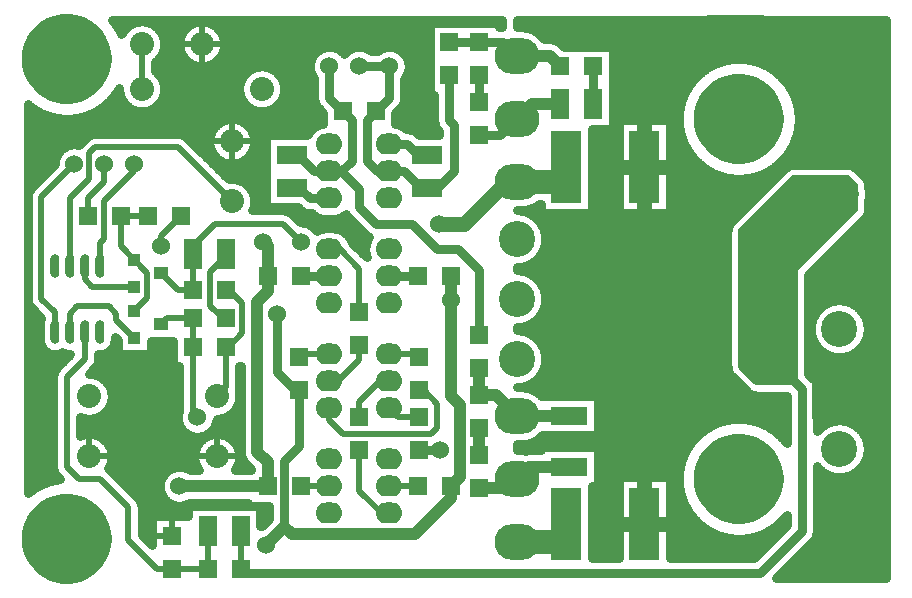
<source format=gtl>
*%FSLAX25Y25*%
*%MOIN*%
G01*
%ADD11C,0.00600*%
%ADD12C,0.00733*%
%ADD13C,0.00800*%
%ADD14C,0.01000*%
%ADD15C,0.01200*%
%ADD16C,0.01500*%
%ADD17C,0.02000*%
%ADD18C,0.02500*%
%ADD19C,0.03000*%
%ADD20C,0.03000*%
%ADD21O,0.03000X0.08000*%
%ADD22O,0.03800X0.08800*%
%ADD23C,0.04000*%
%ADD24C,0.04000*%
%ADD25C,0.05000*%
%ADD26C,0.06000*%
%ADD27C,0.06800*%
%ADD28C,0.07000*%
%ADD29C,0.08000*%
%ADD30C,0.08000*%
%ADD31C,0.08800*%
%ADD32O,0.09000X0.07000*%
%ADD33O,0.09800X0.07800*%
%ADD34C,0.10000*%
%ADD35C,0.10000*%
%ADD36C,0.12000*%
%ADD37C,0.12000*%
%ADD38C,0.12500*%
%ADD39C,0.12800*%
%ADD40O,0.15000X0.12000*%
%ADD41O,0.15800X0.12800*%
%ADD42C,0.16500*%
%ADD43C,0.25000*%
%ADD44R,0.04000X0.04000*%
%ADD45R,0.04800X0.04800*%
%ADD46R,0.05000X0.04000*%
%ADD47R,0.05800X0.04800*%
%ADD48R,0.06000X0.06000*%
%ADD49R,0.06000X0.10000*%
%ADD50R,0.06800X0.06800*%
%ADD51R,0.06800X0.10800*%
%ADD52R,0.08000X0.20000*%
%ADD53R,0.08800X0.20800*%
%ADD54R,0.10000X0.06000*%
%ADD55R,0.10000X0.10000*%
%ADD56R,0.10000X0.24000*%
%ADD57R,0.10800X0.06800*%
%ADD58R,0.10800X0.24800*%
%ADD59R,0.12000X0.06000*%
%ADD60R,0.12800X0.06800*%
%ADD61R,0.20000X0.20000*%
D16*
X904000Y710000D02*
X915500D01*
X986000Y769500D02*
X987000D01*
D17*
X893500Y870000D02*
Y885000D01*
X869500Y833500D02*
Y811000D01*
Y833500D02*
X876000Y840000D01*
Y848500D01*
X878000Y850500D01*
X877000Y804000D02*
X891000D01*
X877000D02*
X874500Y806500D01*
Y811000D01*
X881000Y839000D02*
Y845000D01*
Y839000D02*
X875500Y833500D01*
Y827500D01*
X879500Y818500D02*
Y811000D01*
Y818500D02*
X881000Y820000D01*
X891000Y842500D02*
Y845000D01*
X881000Y832500D02*
Y820000D01*
Y832500D02*
X891000Y842500D01*
X886500Y827500D02*
X895500D01*
X886500D02*
Y817500D01*
X895250Y808750D02*
Y800250D01*
X891000Y796000D01*
X895250Y808750D02*
X886500Y817500D01*
X921500Y815000D02*
Y814250D01*
Y815000D01*
Y814250D02*
X916250Y809000D01*
X900000Y821000D02*
X906500Y827500D01*
X900000Y821000D02*
Y817500D01*
X864500Y795500D02*
Y789000D01*
Y795500D02*
X860000Y800000D01*
Y834000D02*
X871000Y845000D01*
X860000Y834000D02*
Y800000D01*
X869500Y795000D02*
X872000Y797500D01*
X882500D01*
X885000Y795000D01*
X869500D02*
Y789000D01*
X885000Y793000D02*
Y795000D01*
Y793000D02*
X891000Y787000D01*
X915500Y722500D02*
Y710000D01*
X868500Y774000D02*
X874500Y780000D01*
Y789000D01*
X926500Y722500D02*
Y710000D01*
X986000Y780500D02*
X985000Y781500D01*
X976000D01*
X956000Y763500D02*
Y759500D01*
X960500Y755000D01*
X990000D01*
X992000Y757000D01*
X987500Y769500D02*
X986000D01*
X987500D02*
X992000Y765000D01*
Y757000D01*
X947000Y781500D02*
X946000Y780500D01*
X947000Y781500D02*
X956000D01*
X959000Y772500D02*
X966000Y779500D01*
X959000Y772500D02*
X956000D01*
X966000Y779500D02*
Y784500D01*
X979000Y760500D02*
X986000D01*
X979000D02*
X976000Y763500D01*
Y772500D02*
X973000D01*
X966000Y765500D01*
Y760500D01*
X956000Y737500D02*
X946500D01*
X966000Y736000D02*
Y749500D01*
Y736000D02*
X973500Y728500D01*
X976000D01*
X985500Y848000D02*
X988500D01*
X985500Y737500D02*
X976000D01*
X966000Y810000D02*
X959500Y816500D01*
X956000D01*
X966000Y810000D02*
Y795500D01*
X918000Y825000D02*
X910500Y817500D01*
X922500Y803000D02*
X927000Y798500D01*
X922500Y803000D02*
X921750D01*
X921500Y784000D02*
X922500D01*
X921500D02*
Y770500D01*
X922500Y784000D02*
X927000Y788500D01*
X921500Y770500D02*
X918500Y767500D01*
X927000Y788500D02*
Y798500D01*
X921500Y793500D02*
X920500D01*
X916250Y797750D02*
Y809000D01*
Y797750D02*
X921500Y792500D01*
X902000Y793500D02*
X900000Y791500D01*
X902000Y793500D02*
X910500D01*
X905500Y803000D02*
X900000Y808500D01*
X910500Y803250D02*
X910750Y803000D01*
X910500Y803250D02*
Y817500D01*
X910750Y803000D02*
X905500D01*
X868500Y744000D02*
X872500Y740000D01*
X868500Y744000D02*
Y774000D01*
X897500Y721000D02*
X903500D01*
X893500Y725000D02*
Y743000D01*
Y725000D02*
X897500Y721000D01*
X889000Y747500D02*
X876000D01*
X893500Y743000D02*
X898000Y747500D01*
X893500Y743000D02*
X889000Y747500D01*
X898000D02*
X918500D01*
X879500Y740000D02*
X872500D01*
X889000Y719500D02*
X898500Y710000D01*
X889000Y719500D02*
Y730500D01*
X879500Y740000D01*
X898500Y710000D02*
X915500D01*
X1061000Y844000D02*
Y858000D01*
Y844000D02*
X1054000D01*
X1061000D02*
X1068000D01*
X1061000D02*
Y830000D01*
X1118000Y855000D02*
X1126000D01*
Y863000D01*
Y855000D02*
Y847000D01*
Y855000D02*
X1134000D01*
X1061000Y739000D02*
Y725000D01*
X1054000D01*
X1061000D02*
X1068000D01*
X1126000Y770000D02*
Y778000D01*
Y770000D02*
Y762000D01*
Y770000D02*
X1134000D01*
X946500Y819000D02*
X940500Y825000D01*
X918000D01*
X923500Y832500D02*
X905500Y850500D01*
X878000D01*
X910500Y762000D02*
X912000Y760500D01*
X910500Y762000D02*
Y793500D01*
X913500Y885000D02*
Y891000D01*
Y885000D02*
X907500D01*
X913500D02*
X919500D01*
X913500D02*
Y879000D01*
X923500Y858500D02*
Y852500D01*
X917500D01*
X923500D02*
X929500D01*
X923500D02*
Y846500D01*
X876000Y753500D02*
Y747500D01*
X882000D01*
X918500D02*
Y753500D01*
Y747500D02*
X912500D01*
X918500D02*
X924500D01*
X903500Y721000D02*
X898500D01*
X903500D02*
Y726000D01*
D18*
X1100000Y829000D02*
X1130000D01*
X1126000Y825000D02*
X1096000D01*
X1098000Y827000D02*
X1128000D01*
X1131000Y835000D02*
X1106000D01*
X1108000Y837000D02*
X1131000D01*
Y831000D02*
X1102000D01*
X1104000Y833000D02*
X1131000D01*
X1099000Y828000D02*
Y772500D01*
X1101000D02*
Y830000D01*
X1095000Y824000D02*
Y776000D01*
X1097000Y774000D02*
Y826000D01*
X1093500Y822500D02*
X1111000Y840000D01*
X1107000Y836000D02*
Y772500D01*
X1103000D02*
Y832000D01*
X1105000Y834000D02*
Y772500D01*
X1123000Y822000D02*
Y840000D01*
X1125000D02*
Y824000D01*
X1128500Y840000D02*
X1111000D01*
X1127000D02*
Y826000D01*
X1131000Y837500D02*
X1128500Y840000D01*
X1129000Y839500D02*
Y828000D01*
X1129500Y839000D02*
X1110000D01*
X1131000Y837500D02*
Y830000D01*
X1111000Y840000D02*
Y810000D01*
X1113000Y812000D02*
Y840000D01*
X1109000Y838000D02*
Y772500D01*
X1115000Y814000D02*
Y840000D01*
X1117000D02*
Y816000D01*
X1119000Y818000D02*
Y840000D01*
X1131000Y830000D02*
X1111000Y810000D01*
X1121000Y820000D02*
Y840000D01*
X1114000Y813000D02*
X1093500D01*
Y811000D02*
X1112000D01*
X1111000Y809000D02*
X1093500D01*
Y821000D02*
X1122000D01*
X1120000Y819000D02*
X1093500D01*
Y817000D02*
X1118000D01*
X1116000Y815000D02*
X1093500D01*
Y822500D02*
Y777500D01*
Y807000D02*
X1111000D01*
Y805000D02*
X1093500D01*
Y803000D02*
X1111000D01*
Y801000D02*
X1093500D01*
Y799000D02*
X1111000D01*
Y797000D02*
X1093500D01*
Y795000D02*
X1111000D01*
Y793000D02*
X1093500D01*
Y791000D02*
X1111000D01*
Y789000D02*
X1093500D01*
Y787000D02*
X1111000D01*
Y785000D02*
X1093500D01*
X1094000Y823000D02*
X1124000D01*
X1111000Y783000D02*
X1093500D01*
Y781000D02*
X1111000D01*
Y779000D02*
X1093500D01*
Y777500D02*
X1098500Y772500D01*
X1094000Y777000D02*
X1111000D01*
Y775000D02*
X1096000D01*
X1111000Y772500D02*
Y810000D01*
Y772500D01*
Y773000D02*
X1098000D01*
X1098500Y772500D02*
X1111000D01*
D20*
X993000Y749500D02*
X986000D01*
X946000Y751000D02*
X941000Y746000D01*
X946000Y751000D02*
Y769500D01*
X944500D01*
X938500Y775500D01*
Y795000D01*
X1103500Y780000D02*
X1113500Y770000D01*
X956000Y833500D02*
X949500D01*
X946000Y837000D01*
X943500D01*
X976000Y851500D02*
X982000D01*
X985500Y848000D01*
X956000Y807500D02*
X946500D01*
X976000D02*
X985500D01*
X951000Y842500D02*
X945500Y848000D01*
X943500D01*
X960000Y842500D02*
X963500Y846000D01*
Y859500D02*
X956000Y867000D01*
Y877500D01*
X960000Y842500D02*
X951000D01*
X981000D02*
X986500Y837000D01*
X972000Y842500D02*
X968500Y846000D01*
X976000Y867000D02*
Y877500D01*
Y867000D02*
X968500Y859500D01*
X972000Y842500D02*
X981000D01*
X1018500Y881000D02*
X1014000Y885500D01*
X1006000Y874500D02*
Y865500D01*
Y854500D02*
X1013000D01*
X1018500Y860000D01*
X1044000Y865000D02*
Y877500D01*
X968500Y859500D02*
Y846000D01*
X963500D02*
Y859500D01*
X960000Y842500D02*
X966000Y836500D01*
Y830500D01*
X971500Y825000D01*
X976000Y877500D02*
X966000D01*
X996000Y885500D02*
X1014000D01*
X941000Y746000D02*
Y724000D01*
X992000Y816500D02*
X983500Y825000D01*
X992000Y816500D02*
X999000D01*
X983500Y825000D02*
X971500D01*
X999000Y816500D02*
X1006000Y809500D01*
X928000Y708500D02*
X1099500D01*
X928000D02*
X926500Y710000D01*
X1099500Y708500D02*
X1113500Y722500D01*
Y770000D01*
X1006000Y788000D02*
Y809500D01*
X992000Y837000D02*
X988500D01*
X996000Y859500D02*
Y874500D01*
Y859500D02*
X997500Y858000D01*
Y842500D02*
X992000Y837000D01*
X997500Y842500D02*
Y858000D01*
X1018500Y890500D02*
Y893000D01*
X1019000D02*
Y890500D01*
X1021000Y890447D02*
Y893000D01*
X1020000Y890500D02*
X1018500D01*
X1023000Y890014D02*
Y893000D01*
X1025000D02*
Y889078D01*
X1027000Y887423D02*
Y893000D01*
X1027746Y886500D02*
X1029500D01*
X1029000D02*
Y893000D01*
X1031000D02*
Y886292D01*
X1033000Y885243D02*
Y893000D01*
X1035000D02*
Y884000D01*
X1034278D02*
X1033389Y884889D01*
X1037000Y884000D02*
Y893000D01*
X1037500Y884000D02*
X1034278D01*
X1039000D02*
Y893000D01*
X1039500Y884000D02*
X1037500D01*
X1039500D01*
X1018500Y893000D02*
X1141500D01*
X1018500D01*
Y891000D02*
X1141500D01*
Y889000D02*
X1025124D01*
X1041000Y893000D02*
Y884000D01*
X1043000D02*
Y893000D01*
X1045000D02*
Y884000D01*
X1027366Y887000D02*
X1141500D01*
X1047000Y884000D02*
Y893000D01*
X1049000D02*
Y884000D01*
X1053000Y893000D02*
Y859500D01*
X1055000D02*
Y893000D01*
X1057000D02*
Y859500D01*
X1059000D02*
Y893000D01*
X1061000D02*
Y859500D01*
X1063000D02*
Y893000D01*
X1065000D02*
Y859500D01*
X1067000D02*
Y893000D01*
X1069000D02*
Y859500D01*
X1050500Y884000D02*
X1039500D01*
X1050500Y879000D02*
X1086255D01*
X1033275Y885000D02*
X1141500D01*
Y883000D02*
X1050500D01*
Y881000D02*
X1141500D01*
X1050500Y884000D02*
Y873500D01*
Y871000D01*
Y877000D02*
X1081964D01*
X1079271Y875000D02*
X1050500D01*
Y873500D02*
Y871000D01*
Y867000D02*
X1073765D01*
X1073135Y865000D02*
X1050500D01*
Y873000D02*
X1077301D01*
X1075797Y871000D02*
X1050500D01*
Y869000D02*
X1074639D01*
X1069500Y859500D02*
X1052500D01*
Y859000D02*
X1050500D01*
Y863000D02*
X1072726D01*
X1072525Y861000D02*
X1050500D01*
X1069500Y859000D02*
X1072525D01*
X1043500Y856500D02*
Y842500D01*
Y828500D01*
X1045000Y856500D02*
Y767500D01*
X1047000Y713500D02*
Y856500D01*
X1049000D02*
Y713500D01*
X1020000Y829500D02*
X1018500D01*
X1021000Y829553D02*
Y829165D01*
X1025124Y831000D02*
X1026500D01*
Y831500D02*
X1025831D01*
X1025000Y830922D02*
Y826928D01*
X1023000Y828367D02*
Y829986D01*
X1026500Y828500D02*
Y831500D01*
Y829000D02*
X1021541D01*
X1027000Y828500D02*
Y824243D01*
X1029000Y828500D02*
Y767500D01*
X1031000D02*
Y828500D01*
X1026500D02*
X1043500D01*
X1033000D02*
Y767500D01*
X1035000D02*
Y828500D01*
X1037000D02*
Y767500D01*
X1039000D02*
Y828500D01*
X1041000D02*
Y767500D01*
X1043000D02*
Y828500D01*
X1043500Y856500D02*
X1050500D01*
X1052500Y855000D02*
X1043500D01*
Y853000D02*
X1052500D01*
Y851000D02*
X1043500D01*
Y849000D02*
X1052500D01*
Y847000D02*
X1043500D01*
Y845000D02*
X1052500D01*
Y843000D02*
X1043500D01*
Y841000D02*
X1052500D01*
X1050500Y856500D02*
Y871000D01*
Y857000D02*
X1052500D01*
X1051000Y893000D02*
Y713500D01*
X1052500Y839000D02*
X1043500D01*
X1052500Y828500D02*
Y859500D01*
X1069500D02*
Y828500D01*
X1052500Y837000D02*
X1043500D01*
Y835000D02*
X1052500D01*
Y833000D02*
X1043500D01*
Y831000D02*
X1052500D01*
Y829000D02*
X1043500D01*
X1027514Y823000D02*
X1088776D01*
X1088750Y821000D02*
X1027947D01*
X1024923Y827000D02*
X1091283D01*
X1089461Y825000D02*
X1026578D01*
X1027947Y819000D02*
X1088750D01*
X1053000Y828500D02*
Y740500D01*
X1055000D02*
Y828500D01*
X1057000D02*
Y740500D01*
X1052500Y828500D02*
X1069500D01*
X1059000D02*
Y740500D01*
X1061000D02*
Y828500D01*
X1063000D02*
Y740500D01*
X1065000D02*
Y828500D01*
X1067000D02*
Y740500D01*
X1069000D02*
Y828500D01*
X1083000Y877600D02*
Y893000D01*
X1085000D02*
Y878541D01*
X1087000Y879229D02*
Y893000D01*
X1089000D02*
Y879691D01*
X1073000Y893000D02*
Y864444D01*
X1075000Y869683D02*
Y893000D01*
X1077000D02*
Y872639D01*
X1079000Y874756D02*
Y893000D01*
X1081000D02*
Y876363D01*
X1091000Y879944D02*
Y893000D01*
X1093000D02*
Y879994D01*
X1095000Y879843D02*
Y893000D01*
X1097000D02*
Y879487D01*
X1099000Y878914D02*
Y893000D01*
X1101000D02*
Y878104D01*
X1103000Y877022D02*
Y893000D01*
X1105000D02*
Y875612D01*
X1107000Y873775D02*
Y893000D01*
X1109000D02*
Y871303D01*
X1072726Y857000D02*
X1069500D01*
Y855000D02*
X1073135D01*
X1111000Y867599D02*
Y893000D01*
X1073765Y853000D02*
X1069500D01*
Y851000D02*
X1074639D01*
X1075797Y849000D02*
X1069500D01*
Y847000D02*
X1077301D01*
X1110361Y851000D02*
X1117383D01*
X1079271Y845000D02*
X1069500D01*
X1109203Y849000D02*
X1118634D01*
X1116713Y857000D02*
X1112274D01*
X1111865Y855000D02*
X1116500D01*
X1117000Y858041D02*
Y893000D01*
X1118634Y861000D02*
X1112475D01*
Y859000D02*
X1117383D01*
X1113000Y844750D02*
Y893000D01*
X1111000Y852401D02*
Y844750D01*
X1115000D02*
Y893000D01*
X1116713Y853000D02*
X1111235D01*
X1117000Y851959D02*
Y844750D01*
X1098745Y879000D02*
X1141500D01*
Y877000D02*
X1103036D01*
X1105729Y875000D02*
X1141500D01*
Y873000D02*
X1107699D01*
X1109203Y871000D02*
X1141500D01*
X1120876Y863000D02*
X1112274D01*
X1110361Y869000D02*
X1141500D01*
Y867000D02*
X1111235D01*
X1111865Y865000D02*
X1141500D01*
X1121000Y863078D02*
Y893000D01*
X1123000D02*
Y864014D01*
X1125000Y864447D02*
Y893000D01*
X1127000D02*
Y864447D01*
X1129000Y864014D02*
Y893000D01*
X1119000D02*
Y861423D01*
X1131000Y863078D02*
Y893000D01*
X1133000D02*
Y861423D01*
X1135000Y858041D02*
Y893000D01*
X1120876Y847000D02*
X1107699D01*
X1105729Y845000D02*
X1141500D01*
X1119000Y844750D02*
Y848577D01*
X1121000Y846922D02*
Y844750D01*
X1123000D02*
Y845986D01*
X1128500Y844750D02*
X1111000D01*
X1125000D02*
Y845553D01*
X1131124Y863000D02*
X1141500D01*
Y861000D02*
X1133366D01*
X1134617Y859000D02*
X1141500D01*
Y857000D02*
X1135287D01*
X1135500Y855000D02*
X1141500D01*
Y853000D02*
X1135287D01*
X1134617Y851000D02*
X1141500D01*
Y847000D02*
X1131124D01*
X1133366Y849000D02*
X1141500D01*
X1081000Y843637D02*
Y756363D01*
X1081964Y843000D02*
X1069500D01*
X1083000Y842400D02*
Y757600D01*
X1071000Y713500D02*
Y893000D01*
X1073000Y855556D02*
Y744444D01*
X1075000Y749682D02*
Y850317D01*
X1077000Y847361D02*
Y752639D01*
X1079000Y754756D02*
Y845244D01*
X1107000Y846225D02*
Y842717D01*
X1107283Y843000D02*
X1103036D01*
X1109000Y844308D02*
Y848697D01*
X1101000Y841896D02*
Y836717D01*
X1085000Y841459D02*
Y758540D01*
X1105000Y840717D02*
Y844388D01*
X1107641Y843359D02*
X1090141Y825859D01*
X1103000Y838717D02*
Y842978D01*
X1086255Y841000D02*
X1069500D01*
Y833000D02*
X1097283D01*
X1103283Y839000D02*
X1069500D01*
Y837000D02*
X1101283D01*
X1099283Y835000D02*
X1069500D01*
X1087000Y840771D02*
Y759229D01*
X1095283Y831000D02*
X1069500D01*
Y829000D02*
X1093283D01*
X1095000Y830717D02*
Y840157D01*
X1093000Y840006D02*
Y828717D01*
X1099000Y834717D02*
Y841086D01*
X1097000Y840513D02*
Y832717D01*
X1098745Y841000D02*
X1105283D01*
X1089000Y840309D02*
Y824021D01*
X1088750Y822500D02*
Y777500D01*
X1091000Y826717D02*
Y840056D01*
X1129000Y844724D02*
Y845986D01*
X1127000Y845553D02*
Y844750D01*
X1131000Y844039D02*
Y846922D01*
X1133000Y848577D02*
Y842217D01*
X1131859Y843359D02*
X1134359Y840859D01*
X1132217Y843000D02*
X1141500D01*
Y841000D02*
X1134217D01*
X1135000Y840062D02*
Y851959D01*
X1135507Y839000D02*
X1141500D01*
X1135750Y837500D02*
Y836920D01*
Y837000D02*
X1141500D01*
X1137000Y893000D02*
Y707000D01*
X1139000D02*
Y893000D01*
X1141000D02*
Y707000D01*
X1141500D02*
Y893000D01*
X1134359Y826641D02*
X1115750Y808032D01*
X1130717Y823000D02*
X1141500D01*
Y821000D02*
X1128717D01*
X1124717Y817000D02*
X1141500D01*
Y819000D02*
X1126717D01*
X1127000Y819283D02*
Y799447D01*
X1125000D02*
Y817282D01*
X1133000Y825283D02*
Y796423D01*
X1129000Y799014D02*
Y821283D01*
X1131000Y823283D02*
Y798078D01*
X1136000Y835000D02*
X1141500D01*
X1135750Y833080D02*
Y830000D01*
Y833000D02*
X1141500D01*
Y831000D02*
X1135750D01*
X1135643Y829000D02*
X1141500D01*
X1135000Y827438D02*
Y793041D01*
X1132717Y825000D02*
X1141500D01*
Y827000D02*
X1134683D01*
X1018500Y810500D02*
Y809500D01*
X1019000Y809487D02*
Y810513D01*
X1021000Y810835D02*
Y809165D01*
X1018500Y790500D02*
Y789500D01*
X1019000Y789487D02*
Y790513D01*
X1021000Y790835D02*
Y789165D01*
X1020000Y770500D02*
X1018500D01*
X1023000Y808367D02*
Y811633D01*
Y791633D02*
Y788367D01*
X1027000Y804243D02*
Y815757D01*
X1025000Y813072D02*
Y806928D01*
Y793072D02*
Y786928D01*
X1023000Y771633D02*
Y770014D01*
X1021000Y770447D02*
Y770835D01*
X1027000Y784243D02*
Y795757D01*
X1025000Y773072D02*
Y769078D01*
X1027000Y767500D02*
Y775757D01*
X1020000Y751500D02*
X1018500D01*
X1026928Y767500D02*
X1045500D01*
Y754500D02*
X1026928D01*
X1018500Y751500D02*
Y749500D01*
X1020000D01*
X1027000Y750500D02*
Y754500D01*
X1018500Y751000D02*
X1075797D01*
X1045500Y750500D02*
X1026500D01*
X1029000D02*
Y754500D01*
X1031000D02*
Y750500D01*
X1045500Y754500D02*
Y767500D01*
X1033000Y754500D02*
Y750500D01*
X1035000D02*
Y754500D01*
X1037000D02*
Y750500D01*
X1039000D02*
Y754500D01*
X1041000D02*
Y750500D01*
X1043000D02*
Y754500D01*
X1045000D02*
Y750500D01*
X1026578Y815000D02*
X1088750D01*
Y813000D02*
X1024923D01*
X1021541Y811000D02*
X1088750D01*
Y809000D02*
X1021541D01*
X1024923Y807000D02*
X1088750D01*
Y793000D02*
X1024923D01*
X1021541Y791000D02*
X1088750D01*
Y789000D02*
X1021541D01*
X1024923Y787000D02*
X1088750D01*
Y817000D02*
X1027514D01*
X1026578Y805000D02*
X1088750D01*
Y803000D02*
X1027514D01*
X1027947Y801000D02*
X1088750D01*
Y799000D02*
X1027947D01*
X1027514Y797000D02*
X1088750D01*
Y795000D02*
X1026578D01*
Y785000D02*
X1088750D01*
Y783000D02*
X1027514D01*
X1027947Y781000D02*
X1088750D01*
Y779000D02*
X1027947D01*
X1027514Y777000D02*
X1088776D01*
X1089461Y775000D02*
X1026578D01*
X1021541Y771000D02*
X1093283D01*
X1091283Y773000D02*
X1024923D01*
X1025124Y769000D02*
X1095289D01*
X1077301Y753000D02*
X1025124D01*
X1045500Y767000D02*
X1108500D01*
Y765000D02*
X1045500D01*
Y763000D02*
X1108500D01*
X1095141Y769141D02*
X1090141Y774141D01*
X1108500Y761000D02*
X1045500D01*
X1091000Y759944D02*
Y773282D01*
X1081964Y757000D02*
X1045500D01*
Y755000D02*
X1079271D01*
X1089000Y759691D02*
Y775979D01*
X1086255Y759000D02*
X1045500D01*
X1093000Y759994D02*
Y771282D01*
X1021000Y751553D02*
Y749447D01*
X1019000Y749500D02*
Y751500D01*
X1023000Y751986D02*
Y749500D01*
X1025000D02*
Y752922D01*
X1026500Y749500D02*
X1022500D01*
X1026500D02*
Y750500D01*
X1043500Y737500D02*
X1045500D01*
Y750500D01*
X1043500Y737000D02*
X1052500D01*
Y739000D02*
X1045500D01*
X1043500Y737500D02*
Y722500D01*
X1045000Y713500D02*
Y737500D01*
X1043500Y735000D02*
X1052500D01*
Y733000D02*
X1043500D01*
Y731000D02*
X1052500D01*
Y729000D02*
X1043500D01*
Y727000D02*
X1052500D01*
Y725000D02*
X1043500D01*
Y722500D02*
Y713500D01*
Y723000D02*
X1052500D01*
Y721000D02*
X1043500D01*
Y719000D02*
X1052500D01*
X1045500Y743000D02*
X1072726D01*
X1072525Y741000D02*
X1045500D01*
Y749000D02*
X1074639D01*
X1073765Y747000D02*
X1045500D01*
Y745000D02*
X1073135D01*
X1052500Y740500D02*
Y713500D01*
Y740500D02*
X1069500D01*
Y713500D01*
Y739000D02*
X1072525D01*
X1072726Y737000D02*
X1069500D01*
Y735000D02*
X1073135D01*
X1073765Y733000D02*
X1069500D01*
Y731000D02*
X1074639D01*
X1075797Y729000D02*
X1069500D01*
X1073000Y735556D02*
Y713500D01*
X1075000D02*
Y730318D01*
X1077000Y727361D02*
Y713500D01*
X1077301Y727000D02*
X1069500D01*
Y725000D02*
X1079271D01*
X1081964Y723000D02*
X1069500D01*
X1052500Y717000D02*
X1043500D01*
Y715000D02*
X1052500D01*
X1069500Y721000D02*
X1086255D01*
X1052500Y713500D02*
X1043500D01*
X1069500Y719000D02*
X1102929D01*
X1079000Y713500D02*
Y725244D01*
X1081000Y723637D02*
Y713500D01*
X1069500Y717000D02*
X1100929D01*
X1098929Y715000D02*
X1069500D01*
Y713500D02*
X1097429D01*
X1083000D02*
Y722400D01*
X1085000Y721460D02*
Y713500D01*
X1087000D02*
Y720771D01*
X1089000Y720309D02*
Y713500D01*
X1091000D02*
Y720056D01*
X1115750Y795000D02*
X1117922D01*
X1116986Y793000D02*
X1115750D01*
Y799000D02*
X1122959D01*
X1119577Y797000D02*
X1115750D01*
Y808032D02*
Y774821D01*
Y791000D02*
X1116553D01*
Y789000D02*
X1115750D01*
Y787000D02*
X1116986D01*
X1117922Y785000D02*
X1115750D01*
X1119000Y796423D02*
Y811282D01*
X1117000Y809282D02*
Y793041D01*
X1123000Y799014D02*
Y815282D01*
X1119577Y783000D02*
X1115750D01*
X1121000Y798078D02*
Y813282D01*
X1117000Y786959D02*
Y773571D01*
X1119000Y776423D02*
Y783577D01*
X1121000Y781922D02*
Y778078D01*
X1122959Y781000D02*
X1115750D01*
X1123000Y780986D02*
Y779014D01*
X1122959Y779000D02*
X1115750D01*
Y777000D02*
X1119577D01*
X1117030Y773541D02*
X1115750Y774821D01*
X1095000Y769282D02*
Y759843D01*
X1097000Y759487D02*
Y767993D01*
X1099000Y767750D02*
Y758914D01*
X1098500Y767750D02*
X1108500D01*
Y759000D02*
X1098745D01*
X1115750Y775000D02*
X1117922D01*
X1118500Y763000D02*
X1119577D01*
X1125000Y779447D02*
Y780553D01*
X1122959Y761000D02*
X1118500D01*
Y759000D02*
X1122959D01*
X1123000Y759014D02*
Y760986D01*
X1125000Y760553D02*
Y759447D01*
X1122717Y815000D02*
X1141500D01*
Y813000D02*
X1120717D01*
X1118717Y811000D02*
X1141500D01*
Y809000D02*
X1116717D01*
X1115750Y807000D02*
X1141500D01*
Y805000D02*
X1115750D01*
Y803000D02*
X1141500D01*
Y801000D02*
X1115750D01*
X1129041Y799000D02*
X1141500D01*
Y797000D02*
X1132423D01*
X1134078Y795000D02*
X1141500D01*
Y793000D02*
X1135014D01*
X1135447Y791000D02*
X1141500D01*
X1135000Y786959D02*
Y773041D01*
X1133000Y776423D02*
Y783577D01*
X1135447Y789000D02*
X1141500D01*
Y785000D02*
X1134078D01*
X1135014Y787000D02*
X1141500D01*
X1129000Y780986D02*
Y779014D01*
X1127000Y779447D02*
Y780553D01*
X1129041Y781000D02*
X1141500D01*
Y779000D02*
X1129041D01*
X1129000Y760986D02*
Y759014D01*
X1127000Y759447D02*
Y760553D01*
X1129041Y761000D02*
X1141500D01*
Y759000D02*
X1129041D01*
X1132423Y783000D02*
X1141500D01*
X1131000Y781922D02*
Y778078D01*
X1132423Y777000D02*
X1141500D01*
Y775000D02*
X1134078D01*
X1135014Y773000D02*
X1141500D01*
Y771000D02*
X1135447D01*
Y769000D02*
X1141500D01*
Y767000D02*
X1135014D01*
X1132423Y763000D02*
X1141500D01*
Y765000D02*
X1134078D01*
X1101000Y767750D02*
Y758104D01*
X1103000Y757022D02*
Y767750D01*
X1105000D02*
Y755612D01*
X1103036Y757000D02*
X1108500D01*
X1107000Y753775D02*
Y767750D01*
Y726225D02*
Y723071D01*
X1105729Y755000D02*
X1108500D01*
Y753000D02*
X1107699D01*
Y727000D02*
X1108500D01*
Y752000D02*
Y767750D01*
X1118500Y764169D02*
Y755831D01*
X1119000Y756423D02*
Y763577D01*
X1118500Y757000D02*
X1119577D01*
X1121000Y758078D02*
Y761922D01*
X1118500Y744169D02*
Y722500D01*
X1108500Y724571D02*
Y728000D01*
X1119000Y743577D02*
Y707000D01*
X1118500Y743000D02*
X1119577D01*
X1121000Y741922D02*
Y707000D01*
X1103000Y719071D02*
Y722978D01*
X1101000Y721896D02*
Y717071D01*
X1105000Y721071D02*
Y724388D01*
X1104929Y721000D02*
X1098745D01*
X1103036Y723000D02*
X1106929D01*
X1095000Y720157D02*
Y713500D01*
X1093000D02*
Y720006D01*
X1097429Y713500D02*
X1108500Y724571D01*
X1097000Y720513D02*
Y713500D01*
X1099000Y715071D02*
Y721086D01*
X1105729Y725000D02*
X1108500D01*
X1107000Y708929D02*
Y707000D01*
X1105071D02*
X1117030Y718959D01*
X1111000Y712929D02*
Y707000D01*
X1109000D02*
Y710929D01*
X1117000Y707000D02*
Y718929D01*
X1113000Y714929D02*
Y707000D01*
X1115000D02*
Y716929D01*
X1131000Y758078D02*
Y761922D01*
X1122959Y741000D02*
X1118500D01*
X1132423Y757000D02*
X1141500D01*
Y741000D02*
X1129041D01*
X1132423Y743000D02*
X1141500D01*
X1123000Y740986D02*
Y707000D01*
X1129000D02*
Y740986D01*
X1131000Y741922D02*
Y707000D01*
X1135000Y753041D02*
Y766959D01*
X1133000Y763577D02*
Y756423D01*
X1134078Y755000D02*
X1141500D01*
Y753000D02*
X1135014D01*
X1135447Y751000D02*
X1141500D01*
X1135000Y746959D02*
Y707000D01*
X1133000D02*
Y743577D01*
X1135447Y749000D02*
X1141500D01*
Y745000D02*
X1134078D01*
X1135014Y747000D02*
X1141500D01*
Y739000D02*
X1118500D01*
X1118270Y721000D02*
X1141500D01*
Y719000D02*
X1117071D01*
X1113071Y715000D02*
X1141500D01*
Y717000D02*
X1115071D01*
X1111071Y713000D02*
X1141500D01*
Y711000D02*
X1109071D01*
X1107071Y709000D02*
X1141500D01*
Y707000D02*
X1105071D01*
X1141500D01*
Y737000D02*
X1118500D01*
Y735000D02*
X1141500D01*
Y733000D02*
X1118500D01*
Y731000D02*
X1141500D01*
Y729000D02*
X1118500D01*
X1125000Y740553D02*
Y707000D01*
X1127000D02*
Y740553D01*
X1118500Y727000D02*
X1141500D01*
Y725000D02*
X1118500D01*
Y723000D02*
X1141500D01*
X885000Y891303D02*
Y893000D01*
X886361Y889000D02*
X887156D01*
X887000Y888742D02*
Y893000D01*
X889000D02*
Y891000D01*
X891000Y892071D02*
Y893000D01*
X889000Y891000D02*
X885203D01*
X893000Y892483D02*
Y893000D01*
X895000D02*
Y892349D01*
X897000Y893000D02*
Y891633D01*
X899000Y893000D02*
Y890099D01*
X901000Y893000D02*
Y885000D01*
X907000Y888742D02*
Y893000D01*
X907156Y889000D02*
X899844D01*
X900728Y887000D02*
X906272D01*
X899000Y879901D02*
Y875099D01*
X901000Y870000D02*
Y885000D01*
X898000Y879000D02*
Y876000D01*
X903000Y893000D02*
Y855000D01*
X905000D02*
Y893000D01*
X906272Y883000D02*
X900728D01*
X901000Y885000D02*
X906000D01*
X901000Y870000D02*
Y855000D01*
X857964Y863000D02*
X855500D01*
Y861000D02*
X862255D01*
X875000Y861086D02*
Y853854D01*
X878000Y855000D02*
X855500D01*
X877000Y854888D02*
Y861896D01*
X867000Y860056D02*
Y850124D01*
X869000Y851185D02*
Y860006D01*
X868500Y851000D02*
X855500D01*
X871000Y851500D02*
Y860157D01*
X873000Y860513D02*
Y851864D01*
X872820Y851684D02*
X874816Y853680D01*
X874136Y853000D02*
X855500D01*
X883699Y867000D02*
X886626D01*
X886067Y869000D02*
X885203D01*
X879000Y862978D02*
Y855000D01*
X881000D02*
Y864388D01*
X879036Y863000D02*
X890807D01*
X887910Y865000D02*
X881729D01*
X878000Y855000D02*
X905500D01*
X878000D01*
X883000D02*
Y866225D01*
X885000Y868697D02*
Y855000D01*
X887000D02*
Y866258D01*
X889000Y864000D02*
Y855000D01*
X897000D02*
Y863367D01*
X899000Y864901D02*
Y855000D01*
X891000D02*
Y862929D01*
X893000Y862517D02*
Y855000D01*
X895000D02*
Y862651D01*
X909000Y891000D02*
Y893000D01*
X911000D02*
Y892071D01*
X909000Y891000D02*
X898000D01*
X913000Y892483D02*
Y893000D01*
X915000D02*
Y892349D01*
X917000Y893000D02*
Y891633D01*
X883699Y893000D02*
X1013500D01*
X883699D01*
X899844Y881000D02*
X907156D01*
X907000Y881258D02*
Y854743D01*
X909000Y879000D02*
X898000D01*
X909000D02*
Y853364D01*
X919000Y890099D02*
Y893000D01*
X921000D02*
Y885000D01*
X919844Y881000D02*
X950523D01*
X952536Y883000D02*
X920728D01*
X918000Y891000D02*
X989500D01*
Y889000D02*
X919844D01*
X920728Y887000D02*
X989500D01*
Y885000D02*
X921000D01*
X923000Y893000D02*
Y859983D01*
X925000Y859849D02*
Y893000D01*
X919000Y879901D02*
Y858500D01*
X921000Y859571D02*
Y885000D01*
X927000Y893000D02*
Y873742D01*
X929000Y876000D02*
Y893000D01*
X931000D02*
Y877071D01*
X933000Y877483D02*
Y893000D01*
X935000D02*
Y877349D01*
X926626Y873000D02*
X900374D01*
X900933Y871000D02*
X926067D01*
X926626Y867000D02*
X900374D01*
X900933Y869000D02*
X926067D01*
X930807Y877000D02*
X898000D01*
X899090Y875000D02*
X927910D01*
X930807Y863000D02*
X896193D01*
X899090Y865000D02*
X927910D01*
X911000Y877929D02*
Y851364D01*
X909364Y853000D02*
X916017D01*
X919758Y859000D02*
X855500D01*
X874745Y861000D02*
X954000D01*
X917500Y857000D02*
X855500D01*
X905500Y855000D02*
X916429D01*
X916151Y851000D02*
X911364D01*
X917000Y856242D02*
Y878367D01*
X927000Y866258D02*
Y859133D01*
X929000Y857599D02*
Y864000D01*
X918000Y879000D02*
X949675D01*
X949519Y877000D02*
X936193D01*
X927242Y859000D02*
X954000D01*
X952929Y863000D02*
X936193D01*
X929500Y857000D02*
X950670D01*
X931000Y852500D02*
Y862929D01*
X930571Y855000D02*
X948938D01*
X935000Y854500D02*
Y862651D01*
Y853000D02*
X930983D01*
X935000Y854500D02*
X948675D01*
X935000Y851000D02*
X930849D01*
X859000Y862400D02*
Y839364D01*
X861000Y841364D02*
Y861459D01*
X862636Y843000D02*
X855500D01*
Y841000D02*
X860636D01*
X855500Y849000D02*
X865876D01*
X863000Y843364D02*
Y860771D01*
X864815Y847000D02*
X855500D01*
Y845000D02*
X864500D01*
X855500Y834000D02*
Y864801D01*
Y837000D02*
X856646D01*
X855500Y834000D02*
Y800000D01*
Y834000D01*
X856820Y837184D02*
X864501Y844865D01*
X857000Y837364D02*
Y863637D01*
X855500Y839000D02*
X858636D01*
X865000Y847500D02*
Y860309D01*
X913000Y849364D02*
Y877517D01*
X915000Y877651D02*
Y847364D01*
X913364Y849000D02*
X916867D01*
X917000Y848758D02*
Y845364D01*
X918401Y847000D02*
X915364D01*
X917364Y845000D02*
X923500D01*
X922439Y839925D02*
X908684Y853680D01*
X919000Y846500D02*
Y843364D01*
X919364Y843000D02*
X935000D01*
Y849000D02*
X930133D01*
X921000Y845429D02*
Y841364D01*
X928599Y847000D02*
X935000D01*
Y845000D02*
X923500D01*
X935000Y843500D02*
Y854500D01*
Y843500D02*
Y841500D01*
Y843500D01*
X927000Y845867D02*
Y839133D01*
X929000Y837599D02*
Y847401D01*
X923000Y845017D02*
Y839983D01*
X925000Y839849D02*
Y845151D01*
X933000Y829500D02*
Y862517D01*
X935000Y854500D02*
Y830500D01*
Y841000D02*
X921364D01*
X931000Y832500D02*
Y852500D01*
X935000Y841500D02*
Y830500D01*
Y839000D02*
X927242D01*
X929500Y837000D02*
X935000D01*
X931000Y832500D02*
Y829500D01*
X930571Y835000D02*
X935000D01*
Y833000D02*
X930983D01*
X930374Y829500D02*
X940500D01*
X935000Y831000D02*
X930849D01*
X935000Y830500D02*
X945429D01*
X935000D02*
Y829500D01*
X937000Y876633D02*
Y893000D01*
X939000D02*
Y875099D01*
X951000Y881653D02*
Y893000D01*
X953000D02*
Y883266D01*
X955000Y883923D02*
Y893000D01*
X957000D02*
Y883923D01*
X959000Y883266D02*
Y893000D01*
X959464Y883000D02*
X962536D01*
X941000Y893000D02*
Y870000D01*
X943000Y854500D02*
Y893000D01*
X945000D02*
Y854500D01*
X947000D02*
Y893000D01*
X949000D02*
Y855106D01*
X950000Y875000D02*
X939090D01*
X951000Y873347D02*
Y867000D01*
Y873347D01*
X963000Y883266D02*
Y893000D01*
X965000D02*
Y883923D01*
X967000D02*
Y893000D01*
X969000D02*
Y883266D01*
X973000D02*
Y893000D01*
X975000D02*
Y883923D01*
X977000D02*
Y893000D01*
X979000D02*
Y883266D01*
X961000Y881653D02*
Y893000D01*
X971000D02*
Y882500D01*
X981000Y881653D02*
Y893000D01*
X972536Y883000D02*
X969464D01*
X970153Y882500D02*
X971847D01*
X981000Y873347D02*
Y867000D01*
X951000Y873000D02*
X940374D01*
X940933Y871000D02*
X951000D01*
Y867000D02*
X940374D01*
X940933Y869000D02*
X951000D01*
X951417Y865000D02*
X939090D01*
X941000Y870000D02*
Y854500D01*
X951000Y857245D02*
Y867000D01*
X937000Y863367D02*
Y854500D01*
X939000D02*
Y864901D01*
X952470Y863459D02*
X954000Y861929D01*
Y858428D01*
X953000Y858208D02*
Y862929D01*
X981000Y867000D02*
Y873347D01*
X979530Y863459D02*
X978000Y861929D01*
Y858428D01*
X979000Y858208D02*
Y862929D01*
X979464Y883000D02*
X989500D01*
Y881000D02*
Y892000D01*
Y881000D02*
X981477D01*
X982325Y879000D02*
X989500D01*
X991000Y892000D02*
Y893000D01*
X993000D02*
Y892000D01*
X989500D02*
X999500D01*
X989500Y881000D02*
Y879000D01*
X983000Y893000D02*
Y856399D01*
X985000Y855500D02*
Y893000D01*
X987000D02*
Y854500D01*
X989000D02*
Y893000D01*
X989500Y881000D02*
Y879000D01*
Y875000D02*
X982000D01*
X982481Y877000D02*
X989500D01*
Y879000D02*
Y868000D01*
X995000Y892000D02*
Y893000D01*
X997000D02*
Y892000D01*
X999000D02*
Y893000D01*
X1001000D02*
Y892000D01*
X999500D02*
X1002500D01*
X1003000D02*
Y893000D01*
X1002500Y892000D02*
X999500D01*
X1002500D02*
X1012500D01*
X1005000D02*
Y893000D01*
X1007000D02*
Y892000D01*
X1009000D02*
Y893000D01*
X1011000D02*
Y892000D01*
X1013000Y893000D02*
Y890500D01*
X1013500D02*
Y893000D01*
X1012500Y892000D02*
Y890500D01*
Y891000D02*
X1013500D01*
Y890500D02*
X1012500D01*
X989500Y873000D02*
X981000D01*
Y871000D02*
X989500D01*
Y869000D02*
X981000D01*
X980583Y865000D02*
X991000D01*
Y867000D02*
X981000D01*
X978000Y861000D02*
X991000D01*
Y863000D02*
X979071D01*
X981000Y867000D02*
Y857245D01*
X978000Y859000D02*
X991025D01*
X991670Y857000D02*
X981330D01*
X985541Y855030D02*
X986071Y854500D01*
X985571Y855000D02*
X992500D01*
Y854500D02*
X986071D01*
X989500Y868000D02*
X991000D01*
Y859500D01*
Y868000D01*
X937000Y830500D02*
Y829500D01*
X939000D02*
Y830500D01*
X941000D02*
Y829472D01*
X943000Y828742D02*
Y830500D01*
X945429D02*
X945959Y829970D01*
X947321Y829000D02*
X942561D01*
X945000Y830500D02*
Y826864D01*
X943684Y828180D02*
X946365Y825499D01*
X947000Y825481D02*
Y829170D01*
X949000Y828525D02*
Y825000D01*
X952402Y827000D02*
X944864D01*
X949500Y828500D02*
X950101D01*
X959598Y827000D02*
X962429D01*
X951000Y827755D02*
Y823690D01*
X953000Y823208D02*
Y826792D01*
X955000Y826500D02*
Y823500D01*
X959000Y823208D02*
Y826792D01*
X961000Y827755D02*
Y822245D01*
X962470Y826959D02*
X967959Y821470D01*
X957000Y826500D02*
X955000D01*
X952402Y823000D02*
X951624D01*
X949000Y825000D02*
X964429D01*
X957000Y823500D02*
Y826500D01*
Y823500D02*
X955000D01*
X959598Y823000D02*
X966429D01*
X968500Y821000D02*
X962362D01*
X963000Y820106D02*
Y826429D01*
X965000Y824429D02*
Y817364D01*
X965364Y817000D02*
X968018D01*
X967000Y815364D02*
Y822429D01*
X968462Y819000D02*
X963538D01*
X969000Y820106D02*
Y820670D01*
X963636Y818728D02*
X968526Y813838D01*
X968163Y815000D02*
X967364D01*
X991000Y854500D02*
Y859500D01*
X992500Y855929D02*
Y854500D01*
X856646Y797000D02*
X855500D01*
Y795000D02*
X858636D01*
X859500Y791000D02*
X855500D01*
X859500Y791500D02*
Y786500D01*
Y789000D02*
X855500D01*
Y787000D02*
X859500D01*
X859986Y793650D02*
X856820Y796816D01*
X855500Y793000D02*
X859730D01*
Y785000D02*
X855500D01*
X884500Y786500D02*
Y787136D01*
X860929Y783000D02*
X855500D01*
Y777000D02*
X865146D01*
X864112Y775000D02*
X855500D01*
Y781000D02*
X869136D01*
X867136Y779000D02*
X855500D01*
Y773000D02*
X864000D01*
Y771000D02*
X855500D01*
Y769000D02*
X864000D01*
Y767000D02*
X855500D01*
Y765000D02*
X864000D01*
Y763000D02*
X855500D01*
Y761000D02*
X864000D01*
Y759000D02*
X855500D01*
Y757000D02*
X864000D01*
X867000Y778864D02*
Y782170D01*
X865000Y781525D02*
Y776828D01*
X869000Y780864D02*
Y781525D01*
X869638Y781502D02*
X865320Y777184D01*
X879000Y780000D02*
Y781525D01*
Y780000D01*
X877680Y776816D02*
X875863Y774999D01*
X877000Y774933D02*
Y776136D01*
X881000Y773090D02*
Y781730D01*
X883000Y782929D02*
Y770193D01*
X879000Y774374D02*
Y780000D01*
X885500Y786136D02*
X884500Y787136D01*
X896500Y786000D02*
X904000D01*
X885500Y785000D02*
X884270D01*
X885500Y786136D02*
Y781500D01*
Y783000D02*
X883071D01*
X885500Y781500D02*
X896500D01*
Y786000D01*
Y785000D02*
X904000D01*
Y781000D02*
X879000D01*
X896500Y783000D02*
X904000D01*
Y779000D02*
X878888D01*
X904000Y777500D02*
Y786000D01*
Y777500D02*
X906000D01*
Y777000D02*
X877854D01*
X876000Y775000D02*
X906000D01*
Y773000D02*
X881099D01*
X882633Y771000D02*
X906000D01*
Y769000D02*
X883349D01*
X873000Y759000D02*
X905675D01*
X905519Y761000D02*
X879742D01*
X883483Y767000D02*
X906000D01*
Y763000D02*
Y777500D01*
X906523Y757000D02*
X873000D01*
X883071Y765000D02*
X906000D01*
Y763000D02*
X882000D01*
X926000Y777500D02*
X926500D01*
Y777000D02*
X926000D01*
Y775000D02*
X926500D01*
Y773000D02*
X926000D01*
Y771000D02*
X926500D01*
X926000Y770500D02*
Y777500D01*
X926500Y763000D02*
X924500D01*
X925571Y765000D02*
X926500D01*
Y757000D02*
X917477D01*
X922242Y761000D02*
X926500D01*
Y759000D02*
X918325D01*
X864000Y755000D02*
X855500D01*
Y753000D02*
X864000D01*
Y751000D02*
X855500D01*
Y749000D02*
X864000D01*
X873000Y754374D02*
Y760626D01*
Y754374D01*
X864000Y747000D02*
X855500D01*
X873000Y755000D02*
X876000D01*
X855500Y735199D02*
Y800000D01*
X857000Y796636D02*
Y736363D01*
X859000Y737600D02*
Y794636D01*
X861000Y782929D02*
Y738540D01*
X863000Y739229D02*
Y781730D01*
X864000Y774000D02*
Y744000D01*
Y745000D02*
X855500D01*
X875000Y754933D02*
Y760067D01*
X879000Y760626D02*
Y754374D01*
X877000Y754933D02*
Y760067D01*
X881000Y761910D02*
Y753090D01*
X883000Y750193D02*
Y764807D01*
X885000Y786636D02*
Y740864D01*
X887000Y738864D02*
Y781500D01*
X883000Y744807D02*
Y742864D01*
X889000Y736864D02*
Y781500D01*
X897000Y786000D02*
Y727500D01*
X899000D02*
Y786000D01*
X891000Y781500D02*
Y734864D01*
X893000Y732561D02*
Y781500D01*
X895000D02*
Y719864D01*
X864112Y743000D02*
X855500D01*
X865000Y741172D02*
Y739691D01*
X865146Y741000D02*
X855500D01*
Y739000D02*
X862255D01*
X865320Y740816D02*
X866262Y739874D01*
X886864Y739000D02*
X899675D01*
X857964Y737000D02*
X855500D01*
X882684Y743180D02*
X892180Y733684D01*
X893500Y730500D02*
Y721364D01*
Y727000D02*
X897000D01*
X899519Y737000D02*
X888864D01*
X893500Y725000D02*
X897000D01*
Y723000D02*
X893500D01*
X893864Y721000D02*
X897000D01*
Y719000D02*
X895864D01*
X897000Y717864D02*
Y727500D01*
Y717864D01*
X893500Y721364D01*
X908536Y755000D02*
X876000D01*
X911000Y754077D02*
Y747500D01*
X911151Y749000D02*
X883349D01*
X883483Y747000D02*
X911017D01*
X913401Y753000D02*
X881099D01*
X882633Y751000D02*
X911867D01*
X911429Y745000D02*
X883071D01*
X901000Y741653D02*
Y786000D01*
X903000D02*
Y743266D01*
X902536Y743000D02*
X882864D01*
X905000Y743923D02*
Y777500D01*
X907000Y756347D02*
Y743923D01*
X909000Y743266D02*
Y754734D01*
X911000Y747500D02*
Y743000D01*
X917000Y754848D02*
Y756347D01*
X915000Y754734D02*
Y754133D01*
X915464Y755000D02*
X918500D01*
X921000Y754571D02*
Y760429D01*
X923000Y761500D02*
Y753500D01*
X926500Y755000D02*
X918500D01*
X919000Y754983D02*
Y760017D01*
X913000Y754077D02*
Y752599D01*
X923599Y753000D02*
X926500D01*
X925000Y751242D02*
Y763758D01*
X925133Y751000D02*
X926500D01*
X925571Y745000D02*
X928222D01*
X925000Y743758D02*
Y743000D01*
X900523Y741000D02*
X884864D01*
X890864Y735000D02*
X900000D01*
X901310Y733000D02*
X892742D01*
X893472Y731000D02*
X906000D01*
X909000D02*
Y731734D01*
Y729000D02*
X893500D01*
X906000Y731000D02*
X909000D01*
X901000Y733347D02*
Y727500D01*
X903000D02*
Y731734D01*
X905000Y731077D02*
Y727500D01*
X907000D02*
Y731077D01*
X909000Y727500D02*
X897000D01*
X909000D02*
Y731000D01*
Y727500D01*
X909464Y743000D02*
X912500D01*
X909464D01*
X911000Y732000D02*
Y731000D01*
X913000D02*
Y732000D01*
X924500Y743000D02*
X929000D01*
X924500D01*
X920000Y731000D02*
X909000D01*
X909464Y732000D02*
X929000D01*
Y731000D02*
X909000D01*
X915000D02*
Y732000D01*
X917000D02*
Y731000D01*
X919000D02*
Y732000D01*
X921000D02*
Y731000D01*
X923000D02*
Y732000D01*
X925000D02*
Y731000D01*
X922000D02*
X920000D01*
X922000D01*
X929000D01*
X926500Y769000D02*
X925849D01*
X925983Y767000D02*
X926500D01*
Y749000D02*
X925849D01*
X926500D02*
Y777500D01*
X926876Y747000D02*
X925983D01*
X927000Y746709D02*
Y743000D01*
X928111Y745111D02*
X929222Y744000D01*
X929000Y744222D02*
Y743000D01*
X927000Y732000D02*
Y731000D01*
X929000Y743000D02*
Y744000D01*
Y732000D02*
Y731000D01*
Y732000D01*
Y743000D02*
X930000D01*
Y743222D02*
X929222Y744000D01*
X929000Y731000D02*
X933000D01*
X929000D01*
X933000D01*
Y724185D01*
Y731000D01*
X936000D01*
X935000D02*
Y725778D01*
X936000Y731000D02*
X933000D01*
X936000D02*
Y726778D01*
Y729000D02*
X933000D01*
Y727000D02*
X936000D01*
X934222Y725000D02*
X933000D01*
X933560Y724339D02*
X936000Y726778D01*
X1020000Y890500D02*
X1020335Y890494D01*
X1020670Y890476D01*
X1021004Y890447D01*
X1021337Y890405D01*
X1021668Y890352D01*
X1021998Y890288D01*
X1022324Y890211D01*
X1022648Y890124D01*
X1022968Y890024D01*
X1023285Y889914D01*
X1023598Y889792D01*
X1023906Y889660D01*
X1024209Y889517D01*
X1024507Y889363D01*
X1024800Y889198D01*
X1025086Y889024D01*
X1025366Y888839D01*
X1025640Y888645D01*
X1025906Y888441D01*
X1026165Y888228D01*
X1026416Y888006D01*
X1026660Y887775D01*
X1026895Y887536D01*
X1027121Y887288D01*
X1027339Y887033D01*
X1027547Y886770D01*
X1027746Y886500D01*
X1029500D02*
X1029860Y886488D01*
X1030218Y886453D01*
X1030573Y886394D01*
X1030924Y886313D01*
X1031268Y886208D01*
X1031605Y886081D01*
X1031933Y885933D01*
X1032250Y885763D01*
X1032556Y885573D01*
X1032848Y885363D01*
X1033126Y885135D01*
X1033389Y884889D01*
X1033126Y885135D01*
X1032848Y885363D01*
X1032556Y885573D01*
X1032250Y885763D01*
X1031933Y885933D01*
X1031605Y886081D01*
X1031268Y886208D01*
X1030924Y886313D01*
X1030573Y886394D01*
X1030218Y886453D01*
X1029860Y886488D01*
X1029500Y886500D01*
X1025831Y831500D02*
X1025552Y831291D01*
X1025265Y831092D01*
X1024971Y830905D01*
X1024671Y830727D01*
X1024364Y830562D01*
X1024051Y830407D01*
X1023733Y830264D01*
X1023410Y830133D01*
X1023082Y830014D01*
X1022750Y829907D01*
X1022415Y829812D01*
X1022076Y829730D01*
X1021734Y829660D01*
X1021390Y829602D01*
X1021044Y829558D01*
X1020697Y829526D01*
X1020349Y829506D01*
X1020000Y829500D01*
X1018500D02*
X1018832Y829494D01*
X1019163Y829477D01*
X1019493Y829448D01*
X1019822Y829408D01*
X1020150Y829356D01*
X1020475Y829292D01*
X1020798Y829218D01*
X1021118Y829132D01*
X1021436Y829035D01*
X1021749Y828927D01*
X1022059Y828808D01*
X1022364Y828679D01*
X1022665Y828539D01*
X1022960Y828388D01*
X1023250Y828227D01*
X1023534Y828057D01*
X1023812Y827876D01*
X1024084Y827686D01*
X1024349Y827486D01*
X1024607Y827277D01*
X1024857Y827060D01*
X1025099Y826834D01*
X1025334Y826599D01*
X1025560Y826357D01*
X1025777Y826107D01*
X1025986Y825849D01*
X1026186Y825584D01*
X1026376Y825312D01*
X1026557Y825034D01*
X1026727Y824750D01*
X1026888Y824460D01*
X1027039Y824165D01*
X1027179Y823864D01*
X1027308Y823559D01*
X1027427Y823249D01*
X1027535Y822936D01*
X1027632Y822618D01*
X1027718Y822298D01*
X1027792Y821975D01*
X1027856Y821650D01*
X1027908Y821322D01*
X1027948Y820993D01*
X1027977Y820663D01*
X1027994Y820332D01*
X1028000Y820000D01*
X1027994Y819668D01*
X1027977Y819337D01*
X1027948Y819007D01*
X1027908Y818678D01*
X1027856Y818350D01*
X1027792Y818025D01*
X1027718Y817702D01*
X1027632Y817381D01*
X1027535Y817064D01*
X1027427Y816751D01*
X1027308Y816441D01*
X1027179Y816136D01*
X1027039Y815835D01*
X1026888Y815540D01*
X1026727Y815250D01*
X1026557Y814966D01*
X1026376Y814688D01*
X1026186Y814416D01*
X1025986Y814151D01*
X1025777Y813894D01*
X1025560Y813643D01*
X1025334Y813401D01*
X1025099Y813166D01*
X1024857Y812940D01*
X1024607Y812723D01*
X1024349Y812514D01*
X1024084Y812314D01*
X1023812Y812124D01*
X1023534Y811944D01*
X1023250Y811773D01*
X1022960Y811612D01*
X1022665Y811461D01*
X1022364Y811321D01*
X1022059Y811192D01*
X1021749Y811073D01*
X1021436Y810965D01*
X1021118Y810868D01*
X1020798Y810782D01*
X1020475Y810708D01*
X1020150Y810644D01*
X1019822Y810593D01*
X1019493Y810552D01*
X1019163Y810523D01*
X1018832Y810506D01*
X1018500Y810500D01*
X1135500Y855000D02*
X1135494Y854668D01*
X1135477Y854337D01*
X1135448Y854007D01*
X1135408Y853678D01*
X1135356Y853350D01*
X1135292Y853025D01*
X1135218Y852702D01*
X1135132Y852382D01*
X1135035Y852064D01*
X1134927Y851751D01*
X1134808Y851441D01*
X1134679Y851136D01*
X1134539Y850835D01*
X1134388Y850540D01*
X1134227Y850250D01*
X1134057Y849966D01*
X1133876Y849688D01*
X1133686Y849416D01*
X1133486Y849151D01*
X1133277Y848893D01*
X1133060Y848643D01*
X1132834Y848401D01*
X1132599Y848166D01*
X1132357Y847940D01*
X1132107Y847723D01*
X1131849Y847514D01*
X1131584Y847314D01*
X1131312Y847124D01*
X1131034Y846943D01*
X1130750Y846773D01*
X1130460Y846612D01*
X1130165Y846461D01*
X1129864Y846321D01*
X1129559Y846192D01*
X1129249Y846073D01*
X1128936Y845965D01*
X1128618Y845868D01*
X1128298Y845782D01*
X1127975Y845708D01*
X1127650Y845644D01*
X1127322Y845592D01*
X1126993Y845552D01*
X1126663Y845523D01*
X1126332Y845506D01*
X1126000Y845500D01*
X1125668Y845506D01*
X1125337Y845523D01*
X1125007Y845552D01*
X1124678Y845592D01*
X1124350Y845644D01*
X1124025Y845708D01*
X1123702Y845782D01*
X1123382Y845868D01*
X1123064Y845965D01*
X1122751Y846073D01*
X1122441Y846192D01*
X1122136Y846321D01*
X1121835Y846461D01*
X1121540Y846612D01*
X1121250Y846773D01*
X1120966Y846943D01*
X1120688Y847124D01*
X1120416Y847314D01*
X1120151Y847514D01*
X1119893Y847723D01*
X1119643Y847940D01*
X1119401Y848166D01*
X1119166Y848401D01*
X1118940Y848643D01*
X1118723Y848893D01*
X1118514Y849151D01*
X1118314Y849416D01*
X1118124Y849688D01*
X1117943Y849966D01*
X1117773Y850250D01*
X1117612Y850540D01*
X1117461Y850835D01*
X1117321Y851136D01*
X1117192Y851441D01*
X1117073Y851751D01*
X1116965Y852064D01*
X1116868Y852382D01*
X1116782Y852702D01*
X1116708Y853025D01*
X1116644Y853350D01*
X1116592Y853678D01*
X1116552Y854007D01*
X1116523Y854337D01*
X1116506Y854668D01*
X1116500Y855000D01*
X1116506Y855332D01*
X1116523Y855663D01*
X1116552Y855993D01*
X1116592Y856322D01*
X1116644Y856650D01*
X1116708Y856975D01*
X1116782Y857298D01*
X1116868Y857618D01*
X1116965Y857936D01*
X1117073Y858249D01*
X1117192Y858559D01*
X1117321Y858864D01*
X1117461Y859165D01*
X1117612Y859460D01*
X1117773Y859750D01*
X1117943Y860034D01*
X1118124Y860312D01*
X1118314Y860584D01*
X1118514Y860849D01*
X1118723Y861107D01*
X1118940Y861357D01*
X1119166Y861599D01*
X1119401Y861834D01*
X1119643Y862060D01*
X1119893Y862277D01*
X1120151Y862486D01*
X1120416Y862686D01*
X1120688Y862876D01*
X1120966Y863057D01*
X1121250Y863227D01*
X1121540Y863388D01*
X1121835Y863539D01*
X1122136Y863679D01*
X1122441Y863808D01*
X1122751Y863927D01*
X1123064Y864035D01*
X1123382Y864132D01*
X1123702Y864218D01*
X1124025Y864292D01*
X1124350Y864356D01*
X1124678Y864408D01*
X1125007Y864448D01*
X1125337Y864477D01*
X1125668Y864494D01*
X1126000Y864500D01*
X1126332Y864494D01*
X1126663Y864477D01*
X1126993Y864448D01*
X1127322Y864408D01*
X1127650Y864356D01*
X1127975Y864292D01*
X1128298Y864218D01*
X1128618Y864132D01*
X1128936Y864035D01*
X1129249Y863927D01*
X1129559Y863808D01*
X1129864Y863679D01*
X1130165Y863539D01*
X1130460Y863388D01*
X1130750Y863227D01*
X1131034Y863057D01*
X1131312Y862876D01*
X1131584Y862686D01*
X1131849Y862486D01*
X1132107Y862277D01*
X1132357Y862060D01*
X1132599Y861834D01*
X1132834Y861599D01*
X1133060Y861357D01*
X1133277Y861107D01*
X1133486Y860849D01*
X1133686Y860584D01*
X1133876Y860312D01*
X1134057Y860034D01*
X1134227Y859750D01*
X1134388Y859460D01*
X1134539Y859165D01*
X1134679Y858864D01*
X1134808Y858559D01*
X1134927Y858249D01*
X1135035Y857936D01*
X1135132Y857618D01*
X1135218Y857298D01*
X1135292Y856975D01*
X1135356Y856650D01*
X1135408Y856322D01*
X1135448Y855993D01*
X1135477Y855663D01*
X1135494Y855332D01*
X1135500Y855000D01*
X1112500Y860000D02*
X1112497Y859668D01*
X1112489Y859335D01*
X1112475Y859003D01*
X1112456Y858671D01*
X1112431Y858340D01*
X1112401Y858009D01*
X1112365Y857678D01*
X1112323Y857348D01*
X1112277Y857019D01*
X1112224Y856691D01*
X1112167Y856364D01*
X1112103Y856037D01*
X1112035Y855712D01*
X1111961Y855388D01*
X1111882Y855065D01*
X1111797Y854743D01*
X1111707Y854423D01*
X1111611Y854105D01*
X1111511Y853788D01*
X1111405Y853473D01*
X1111294Y853160D01*
X1111178Y852848D01*
X1111056Y852539D01*
X1110930Y852231D01*
X1110798Y851926D01*
X1110661Y851623D01*
X1110519Y851322D01*
X1110373Y851024D01*
X1110221Y850728D01*
X1110064Y850435D01*
X1109903Y850144D01*
X1109737Y849856D01*
X1109566Y849571D01*
X1109390Y849289D01*
X1109210Y849010D01*
X1109025Y848734D01*
X1108835Y848460D01*
X1108641Y848191D01*
X1108443Y847924D01*
X1108240Y847661D01*
X1108033Y847401D01*
X1107821Y847144D01*
X1107605Y846891D01*
X1107385Y846642D01*
X1107161Y846397D01*
X1106933Y846155D01*
X1106701Y845917D01*
X1106465Y845683D01*
X1106225Y845452D01*
X1105981Y845226D01*
X1105734Y845004D01*
X1105483Y844786D01*
X1105228Y844573D01*
X1104970Y844363D01*
X1104708Y844158D01*
X1104443Y843958D01*
X1104175Y843761D01*
X1103903Y843569D01*
X1103629Y843382D01*
X1103351Y843200D01*
X1103070Y843021D01*
X1102786Y842848D01*
X1102500Y842680D01*
X1102211Y842516D01*
X1101919Y842357D01*
X1101624Y842203D01*
X1101327Y842053D01*
X1101028Y841909D01*
X1100726Y841770D01*
X1100422Y841636D01*
X1100115Y841507D01*
X1099807Y841383D01*
X1099496Y841264D01*
X1099184Y841150D01*
X1098870Y841042D01*
X1098554Y840938D01*
X1098236Y840840D01*
X1097917Y840748D01*
X1097596Y840660D01*
X1097274Y840578D01*
X1096950Y840501D01*
X1096626Y840430D01*
X1096300Y840364D01*
X1095973Y840304D01*
X1095645Y840249D01*
X1095316Y840199D01*
X1094987Y840155D01*
X1094657Y840117D01*
X1094326Y840083D01*
X1093995Y840056D01*
X1093663Y840034D01*
X1093331Y840017D01*
X1092999Y840006D01*
X1092666Y840001D01*
X1092334D01*
X1092001Y840006D01*
X1091669Y840017D01*
X1091337Y840034D01*
X1091005Y840056D01*
X1090674Y840083D01*
X1090343Y840117D01*
X1090013Y840155D01*
X1089684Y840199D01*
X1089355Y840249D01*
X1089027Y840304D01*
X1088700Y840364D01*
X1088374Y840430D01*
X1088050Y840501D01*
X1087726Y840578D01*
X1087404Y840660D01*
X1087083Y840748D01*
X1086764Y840840D01*
X1086446Y840938D01*
X1086130Y841042D01*
X1085816Y841150D01*
X1085504Y841264D01*
X1085193Y841383D01*
X1084885Y841507D01*
X1084578Y841636D01*
X1084274Y841770D01*
X1083972Y841909D01*
X1083673Y842053D01*
X1083376Y842203D01*
X1083081Y842357D01*
X1082789Y842516D01*
X1082500Y842680D01*
X1082214Y842848D01*
X1081930Y843021D01*
X1081649Y843200D01*
X1081371Y843382D01*
X1081097Y843569D01*
X1080825Y843761D01*
X1080557Y843958D01*
X1080292Y844158D01*
X1080030Y844363D01*
X1079772Y844573D01*
X1079517Y844786D01*
X1079266Y845004D01*
X1079019Y845226D01*
X1078775Y845452D01*
X1078535Y845683D01*
X1078299Y845917D01*
X1078067Y846155D01*
X1077839Y846397D01*
X1077615Y846642D01*
X1077395Y846891D01*
X1077179Y847144D01*
X1076967Y847401D01*
X1076760Y847661D01*
X1076557Y847924D01*
X1076359Y848191D01*
X1076165Y848460D01*
X1075975Y848734D01*
X1075790Y849010D01*
X1075610Y849289D01*
X1075434Y849571D01*
X1075263Y849856D01*
X1075097Y850144D01*
X1074936Y850435D01*
X1074779Y850728D01*
X1074627Y851024D01*
X1074481Y851322D01*
X1074339Y851623D01*
X1074202Y851926D01*
X1074070Y852231D01*
X1073944Y852539D01*
X1073822Y852848D01*
X1073706Y853160D01*
X1073595Y853473D01*
X1073489Y853788D01*
X1073389Y854105D01*
X1073293Y854423D01*
X1073203Y854743D01*
X1073118Y855065D01*
X1073039Y855388D01*
X1072965Y855712D01*
X1072897Y856037D01*
X1072833Y856364D01*
X1072776Y856691D01*
X1072723Y857019D01*
X1072677Y857348D01*
X1072635Y857678D01*
X1072599Y858009D01*
X1072569Y858340D01*
X1072544Y858671D01*
X1072525Y859003D01*
X1072511Y859335D01*
X1072503Y859668D01*
X1072500Y860000D01*
X1072503Y860332D01*
X1072511Y860665D01*
X1072525Y860997D01*
X1072544Y861329D01*
X1072569Y861660D01*
X1072599Y861991D01*
X1072635Y862322D01*
X1072677Y862652D01*
X1072723Y862981D01*
X1072776Y863309D01*
X1072833Y863636D01*
X1072897Y863963D01*
X1072965Y864288D01*
X1073039Y864612D01*
X1073118Y864935D01*
X1073203Y865257D01*
X1073293Y865577D01*
X1073389Y865895D01*
X1073489Y866212D01*
X1073595Y866527D01*
X1073706Y866840D01*
X1073822Y867152D01*
X1073944Y867461D01*
X1074070Y867769D01*
X1074202Y868074D01*
X1074339Y868377D01*
X1074481Y868678D01*
X1074627Y868976D01*
X1074779Y869272D01*
X1074936Y869565D01*
X1075097Y869856D01*
X1075263Y870144D01*
X1075434Y870429D01*
X1075610Y870711D01*
X1075790Y870990D01*
X1075975Y871266D01*
X1076165Y871540D01*
X1076359Y871809D01*
X1076557Y872076D01*
X1076760Y872339D01*
X1076967Y872599D01*
X1077179Y872856D01*
X1077395Y873109D01*
X1077615Y873358D01*
X1077839Y873603D01*
X1078067Y873845D01*
X1078299Y874083D01*
X1078535Y874317D01*
X1078775Y874548D01*
X1079019Y874774D01*
X1079266Y874996D01*
X1079517Y875214D01*
X1079772Y875427D01*
X1080030Y875637D01*
X1080292Y875842D01*
X1080557Y876042D01*
X1080825Y876239D01*
X1081097Y876431D01*
X1081371Y876618D01*
X1081649Y876800D01*
X1081930Y876979D01*
X1082214Y877152D01*
X1082500Y877320D01*
X1082789Y877484D01*
X1083081Y877643D01*
X1083376Y877797D01*
X1083673Y877947D01*
X1083972Y878091D01*
X1084274Y878230D01*
X1084578Y878364D01*
X1084885Y878493D01*
X1085193Y878617D01*
X1085504Y878736D01*
X1085816Y878850D01*
X1086130Y878958D01*
X1086446Y879062D01*
X1086764Y879160D01*
X1087083Y879252D01*
X1087404Y879340D01*
X1087726Y879422D01*
X1088050Y879499D01*
X1088374Y879570D01*
X1088700Y879636D01*
X1089027Y879696D01*
X1089355Y879751D01*
X1089684Y879801D01*
X1090013Y879845D01*
X1090343Y879883D01*
X1090674Y879917D01*
X1091005Y879944D01*
X1091337Y879966D01*
X1091669Y879983D01*
X1092001Y879994D01*
X1092334Y879999D01*
X1092666D01*
X1092999Y879994D01*
X1093331Y879983D01*
X1093663Y879966D01*
X1093995Y879944D01*
X1094326Y879917D01*
X1094657Y879883D01*
X1094987Y879845D01*
X1095316Y879801D01*
X1095645Y879751D01*
X1095973Y879696D01*
X1096300Y879636D01*
X1096626Y879570D01*
X1096950Y879499D01*
X1097274Y879422D01*
X1097596Y879340D01*
X1097917Y879252D01*
X1098236Y879160D01*
X1098554Y879062D01*
X1098870Y878958D01*
X1099184Y878850D01*
X1099496Y878736D01*
X1099807Y878617D01*
X1100115Y878493D01*
X1100422Y878364D01*
X1100726Y878230D01*
X1101028Y878091D01*
X1101327Y877947D01*
X1101624Y877797D01*
X1101919Y877643D01*
X1102211Y877484D01*
X1102500Y877320D01*
X1102786Y877152D01*
X1103070Y876979D01*
X1103351Y876800D01*
X1103629Y876618D01*
X1103903Y876431D01*
X1104175Y876239D01*
X1104443Y876042D01*
X1104708Y875842D01*
X1104970Y875637D01*
X1105228Y875427D01*
X1105483Y875214D01*
X1105734Y874996D01*
X1105981Y874774D01*
X1106225Y874548D01*
X1106465Y874317D01*
X1106701Y874083D01*
X1106933Y873845D01*
X1107161Y873603D01*
X1107385Y873358D01*
X1107605Y873109D01*
X1107821Y872856D01*
X1108033Y872599D01*
X1108240Y872339D01*
X1108443Y872076D01*
X1108641Y871809D01*
X1108835Y871540D01*
X1109025Y871266D01*
X1109210Y870990D01*
X1109390Y870711D01*
X1109566Y870429D01*
X1109737Y870144D01*
X1109903Y869856D01*
X1110064Y869565D01*
X1110221Y869272D01*
X1110373Y868976D01*
X1110519Y868678D01*
X1110661Y868377D01*
X1110798Y868074D01*
X1110930Y867769D01*
X1111056Y867461D01*
X1111178Y867152D01*
X1111294Y866840D01*
X1111405Y866527D01*
X1111511Y866212D01*
X1111611Y865895D01*
X1111707Y865577D01*
X1111797Y865257D01*
X1111882Y864935D01*
X1111961Y864612D01*
X1112035Y864288D01*
X1112103Y863963D01*
X1112167Y863636D01*
X1112224Y863309D01*
X1112277Y862981D01*
X1112323Y862652D01*
X1112365Y862322D01*
X1112401Y861991D01*
X1112431Y861660D01*
X1112456Y861329D01*
X1112475Y860997D01*
X1112489Y860665D01*
X1112497Y860332D01*
X1112500Y860000D01*
X1111000Y844750D02*
X1110689Y844740D01*
X1110380Y844709D01*
X1110073Y844659D01*
X1109771Y844588D01*
X1109473Y844498D01*
X1109182Y844388D01*
X1108899Y844260D01*
X1108625Y844114D01*
X1108361Y843950D01*
X1108108Y843768D01*
X1107868Y843571D01*
X1107641Y843359D01*
X1107868Y843571D01*
X1108108Y843768D01*
X1108361Y843950D01*
X1108625Y844114D01*
X1108899Y844260D01*
X1109182Y844388D01*
X1109473Y844498D01*
X1109771Y844588D01*
X1110073Y844659D01*
X1110380Y844709D01*
X1110689Y844740D01*
X1111000Y844750D01*
X1090141Y825859D02*
X1089929Y825632D01*
X1089732Y825392D01*
X1089550Y825139D01*
X1089386Y824875D01*
X1089240Y824601D01*
X1089112Y824318D01*
X1089002Y824027D01*
X1088912Y823729D01*
X1088841Y823427D01*
X1088791Y823120D01*
X1088760Y822811D01*
X1088750Y822500D01*
X1088760Y822811D01*
X1088791Y823120D01*
X1088841Y823427D01*
X1088912Y823729D01*
X1089002Y824027D01*
X1089112Y824318D01*
X1089240Y824601D01*
X1089386Y824875D01*
X1089550Y825139D01*
X1089732Y825392D01*
X1089929Y825632D01*
X1090141Y825859D01*
X1128500Y844750D02*
X1128811Y844740D01*
X1129120Y844709D01*
X1129427Y844659D01*
X1129729Y844588D01*
X1130027Y844498D01*
X1130318Y844388D01*
X1130601Y844260D01*
X1130875Y844114D01*
X1131139Y843950D01*
X1131392Y843768D01*
X1131632Y843571D01*
X1131859Y843359D01*
X1131632Y843571D01*
X1131392Y843768D01*
X1131139Y843950D01*
X1130875Y844114D01*
X1130601Y844260D01*
X1130318Y844388D01*
X1130027Y844498D01*
X1129729Y844588D01*
X1129427Y844659D01*
X1129120Y844709D01*
X1128811Y844740D01*
X1128500Y844750D01*
X1134359Y840859D02*
X1134571Y840632D01*
X1134768Y840392D01*
X1134950Y840139D01*
X1135114Y839875D01*
X1135260Y839601D01*
X1135388Y839318D01*
X1135498Y839027D01*
X1135588Y838729D01*
X1135659Y838427D01*
X1135709Y838120D01*
X1135740Y837811D01*
X1135750Y837500D01*
X1135740Y837811D01*
X1135709Y838120D01*
X1135659Y838427D01*
X1135588Y838729D01*
X1135498Y839027D01*
X1135388Y839318D01*
X1135260Y839601D01*
X1135114Y839875D01*
X1134950Y840139D01*
X1134768Y840392D01*
X1134571Y840632D01*
X1134359Y840859D01*
X1135750Y836920D02*
X1135826Y836606D01*
X1135889Y836288D01*
X1135937Y835968D01*
X1135972Y835647D01*
X1135993Y835324D01*
X1136000Y835000D01*
X1135993Y834676D01*
X1135972Y834353D01*
X1135937Y834032D01*
X1135889Y833712D01*
X1135826Y833394D01*
X1135750Y833080D01*
Y830000D02*
X1135740Y829689D01*
X1135709Y829380D01*
X1135659Y829073D01*
X1135588Y828771D01*
X1135498Y828473D01*
X1135388Y828182D01*
X1135260Y827899D01*
X1135114Y827625D01*
X1134950Y827361D01*
X1134768Y827108D01*
X1134571Y826868D01*
X1134359Y826641D01*
X1134571Y826868D01*
X1134768Y827108D01*
X1134950Y827361D01*
X1135114Y827625D01*
X1135260Y827899D01*
X1135388Y828182D01*
X1135498Y828473D01*
X1135588Y828771D01*
X1135659Y829073D01*
X1135709Y829380D01*
X1135740Y829689D01*
X1135750Y830000D01*
X1018500Y809500D02*
X1018832Y809494D01*
X1019163Y809477D01*
X1019493Y809448D01*
X1019822Y809407D01*
X1020150Y809356D01*
X1020475Y809292D01*
X1020798Y809218D01*
X1021118Y809132D01*
X1021436Y809035D01*
X1021749Y808927D01*
X1022059Y808808D01*
X1022364Y808679D01*
X1022665Y808539D01*
X1022960Y808388D01*
X1023250Y808227D01*
X1023534Y808056D01*
X1023812Y807876D01*
X1024084Y807686D01*
X1024349Y807486D01*
X1024607Y807277D01*
X1024857Y807060D01*
X1025099Y806834D01*
X1025334Y806599D01*
X1025560Y806357D01*
X1025777Y806106D01*
X1025986Y805849D01*
X1026186Y805584D01*
X1026376Y805312D01*
X1026557Y805034D01*
X1026727Y804750D01*
X1026888Y804460D01*
X1027039Y804165D01*
X1027179Y803864D01*
X1027308Y803559D01*
X1027427Y803249D01*
X1027535Y802936D01*
X1027632Y802619D01*
X1027718Y802298D01*
X1027792Y801975D01*
X1027856Y801650D01*
X1027908Y801322D01*
X1027948Y800993D01*
X1027977Y800663D01*
X1027994Y800331D01*
X1028000Y800000D01*
X1027994Y799669D01*
X1027977Y799337D01*
X1027948Y799007D01*
X1027908Y798678D01*
X1027856Y798350D01*
X1027792Y798025D01*
X1027718Y797702D01*
X1027632Y797381D01*
X1027535Y797064D01*
X1027427Y796751D01*
X1027308Y796441D01*
X1027179Y796136D01*
X1027039Y795835D01*
X1026888Y795540D01*
X1026727Y795250D01*
X1026557Y794966D01*
X1026376Y794688D01*
X1026186Y794416D01*
X1025986Y794151D01*
X1025777Y793894D01*
X1025560Y793643D01*
X1025334Y793401D01*
X1025099Y793166D01*
X1024857Y792940D01*
X1024607Y792723D01*
X1024349Y792514D01*
X1024084Y792314D01*
X1023812Y792124D01*
X1023534Y791944D01*
X1023250Y791773D01*
X1022960Y791612D01*
X1022665Y791461D01*
X1022364Y791321D01*
X1022059Y791192D01*
X1021749Y791073D01*
X1021436Y790965D01*
X1021118Y790868D01*
X1020798Y790782D01*
X1020475Y790708D01*
X1020150Y790644D01*
X1019822Y790593D01*
X1019493Y790552D01*
X1019163Y790523D01*
X1018832Y790506D01*
X1018500Y790500D01*
Y789500D02*
X1018832Y789494D01*
X1019163Y789477D01*
X1019493Y789448D01*
X1019822Y789407D01*
X1020150Y789356D01*
X1020475Y789292D01*
X1020798Y789218D01*
X1021118Y789132D01*
X1021436Y789035D01*
X1021749Y788927D01*
X1022059Y788808D01*
X1022364Y788679D01*
X1022665Y788539D01*
X1022960Y788388D01*
X1023250Y788227D01*
X1023534Y788056D01*
X1023812Y787876D01*
X1024084Y787686D01*
X1024349Y787486D01*
X1024607Y787277D01*
X1024857Y787060D01*
X1025099Y786834D01*
X1025334Y786599D01*
X1025560Y786357D01*
X1025777Y786106D01*
X1025986Y785849D01*
X1026186Y785584D01*
X1026376Y785312D01*
X1026557Y785034D01*
X1026727Y784750D01*
X1026888Y784460D01*
X1027039Y784165D01*
X1027179Y783864D01*
X1027308Y783559D01*
X1027427Y783249D01*
X1027535Y782936D01*
X1027632Y782619D01*
X1027718Y782298D01*
X1027792Y781975D01*
X1027856Y781650D01*
X1027908Y781322D01*
X1027948Y780993D01*
X1027977Y780663D01*
X1027994Y780331D01*
X1028000Y780000D01*
X1027994Y779669D01*
X1027977Y779337D01*
X1027948Y779007D01*
X1027908Y778678D01*
X1027856Y778350D01*
X1027792Y778025D01*
X1027718Y777702D01*
X1027632Y777381D01*
X1027535Y777064D01*
X1027427Y776751D01*
X1027308Y776441D01*
X1027179Y776136D01*
X1027039Y775835D01*
X1026888Y775540D01*
X1026727Y775250D01*
X1026557Y774966D01*
X1026376Y774688D01*
X1026186Y774416D01*
X1025986Y774151D01*
X1025777Y773894D01*
X1025560Y773643D01*
X1025334Y773401D01*
X1025099Y773166D01*
X1024857Y772940D01*
X1024607Y772723D01*
X1024349Y772514D01*
X1024084Y772314D01*
X1023812Y772124D01*
X1023534Y771944D01*
X1023250Y771773D01*
X1022960Y771612D01*
X1022665Y771461D01*
X1022364Y771321D01*
X1022059Y771192D01*
X1021749Y771073D01*
X1021436Y770965D01*
X1021118Y770868D01*
X1020798Y770782D01*
X1020475Y770708D01*
X1020150Y770644D01*
X1019822Y770593D01*
X1019493Y770552D01*
X1019163Y770523D01*
X1018832Y770506D01*
X1018500Y770500D01*
X1020000D02*
X1020323Y770494D01*
X1020647Y770478D01*
X1020969Y770451D01*
X1021290Y770412D01*
X1021610Y770363D01*
X1021927Y770302D01*
X1022243Y770231D01*
X1022556Y770150D01*
X1022866Y770057D01*
X1023173Y769955D01*
X1023476Y769841D01*
X1023775Y769718D01*
X1024069Y769584D01*
X1024359Y769441D01*
X1024644Y769287D01*
X1024924Y769124D01*
X1025198Y768952D01*
X1025465Y768770D01*
X1025727Y768580D01*
X1025981Y768381D01*
X1026229Y768173D01*
X1026470Y767956D01*
X1026703Y767732D01*
X1026928Y767500D01*
Y754500D02*
X1026703Y754268D01*
X1026470Y754044D01*
X1026229Y753827D01*
X1025981Y753619D01*
X1025727Y753420D01*
X1025465Y753230D01*
X1025198Y753048D01*
X1024924Y752876D01*
X1024644Y752713D01*
X1024359Y752559D01*
X1024069Y752416D01*
X1023775Y752282D01*
X1023476Y752159D01*
X1023173Y752045D01*
X1022866Y751943D01*
X1022556Y751850D01*
X1022243Y751769D01*
X1021927Y751698D01*
X1021610Y751637D01*
X1021290Y751588D01*
X1020969Y751549D01*
X1020647Y751522D01*
X1020323Y751506D01*
X1020000Y751500D01*
X1088750Y777500D02*
X1088760Y777189D01*
X1088791Y776880D01*
X1088841Y776573D01*
X1088912Y776271D01*
X1089002Y775973D01*
X1089112Y775682D01*
X1089240Y775399D01*
X1089386Y775125D01*
X1089550Y774861D01*
X1089732Y774608D01*
X1089929Y774368D01*
X1090141Y774141D01*
X1089929Y774368D01*
X1089732Y774608D01*
X1089550Y774861D01*
X1089386Y775125D01*
X1089240Y775399D01*
X1089112Y775682D01*
X1089002Y775973D01*
X1088912Y776271D01*
X1088841Y776573D01*
X1088791Y776880D01*
X1088760Y777189D01*
X1088750Y777500D01*
X1021421Y749393D02*
X1020949Y749452D01*
X1020475Y749488D01*
X1020000Y749500D01*
X1021421Y749393D02*
X1021778Y749452D01*
X1022138Y749488D01*
X1022500Y749500D01*
X1022138Y749488D01*
X1021778Y749452D01*
X1021421Y749393D01*
X1092500Y720000D02*
X1092165Y720003D01*
X1091830Y720011D01*
X1091496Y720025D01*
X1091161Y720045D01*
X1090827Y720070D01*
X1090494Y720101D01*
X1090161Y720137D01*
X1089829Y720179D01*
X1089497Y720227D01*
X1089167Y720280D01*
X1088837Y720338D01*
X1088508Y720402D01*
X1088181Y720472D01*
X1087854Y720547D01*
X1087529Y720627D01*
X1087206Y720714D01*
X1086883Y720805D01*
X1086563Y720902D01*
X1086244Y721004D01*
X1085927Y721111D01*
X1085611Y721224D01*
X1085298Y721342D01*
X1084987Y721465D01*
X1084677Y721593D01*
X1084370Y721727D01*
X1084065Y721866D01*
X1083763Y722009D01*
X1083463Y722158D01*
X1083165Y722312D01*
X1082871Y722471D01*
X1082578Y722634D01*
X1082289Y722803D01*
X1082003Y722976D01*
X1081719Y723155D01*
X1081439Y723337D01*
X1081161Y723525D01*
X1080887Y723717D01*
X1080616Y723914D01*
X1080348Y724115D01*
X1080084Y724321D01*
X1079823Y724531D01*
X1079566Y724745D01*
X1079312Y724964D01*
X1079062Y725187D01*
X1078816Y725414D01*
X1078574Y725645D01*
X1078335Y725880D01*
X1078101Y726119D01*
X1077871Y726362D01*
X1077644Y726609D01*
X1077422Y726860D01*
X1077204Y727114D01*
X1076991Y727372D01*
X1076781Y727634D01*
X1076577Y727899D01*
X1076376Y728167D01*
X1076180Y728439D01*
X1075989Y728713D01*
X1075802Y728991D01*
X1075620Y729273D01*
X1075443Y729557D01*
X1075271Y729844D01*
X1075103Y730134D01*
X1074940Y730426D01*
X1074782Y730722D01*
X1074630Y731020D01*
X1074482Y731320D01*
X1074339Y731623D01*
X1074201Y731928D01*
X1074069Y732236D01*
X1073941Y732545D01*
X1073819Y732857D01*
X1073702Y733171D01*
X1073590Y733487D01*
X1073484Y733804D01*
X1073383Y734124D01*
X1073287Y734444D01*
X1073197Y734767D01*
X1073112Y735091D01*
X1073032Y735416D01*
X1072958Y735743D01*
X1072890Y736071D01*
X1072827Y736399D01*
X1072769Y736729D01*
X1072717Y737060D01*
X1072671Y737392D01*
X1072630Y737724D01*
X1072595Y738057D01*
X1072565Y738391D01*
X1072541Y738725D01*
X1072522Y739059D01*
X1072509Y739394D01*
X1072502Y739729D01*
X1072500Y740064D01*
X1072504Y740398D01*
X1072513Y740733D01*
X1072528Y741068D01*
X1072549Y741402D01*
X1072575Y741736D01*
X1072607Y742069D01*
X1072645Y742402D01*
X1072688Y742734D01*
X1072736Y743065D01*
X1072790Y743396D01*
X1072850Y743725D01*
X1072915Y744054D01*
X1072986Y744381D01*
X1073062Y744707D01*
X1073143Y745032D01*
X1073230Y745356D01*
X1073323Y745677D01*
X1073420Y745998D01*
X1073524Y746316D01*
X1073632Y746633D01*
X1073746Y746948D01*
X1073865Y747261D01*
X1073989Y747572D01*
X1074118Y747881D01*
X1074253Y748188D01*
X1074392Y748492D01*
X1074537Y748794D01*
X1074687Y749094D01*
X1074842Y749391D01*
X1075001Y749685D01*
X1075166Y749977D01*
X1075335Y750265D01*
X1075510Y750552D01*
X1075689Y750835D01*
X1075873Y751114D01*
X1076061Y751391D01*
X1076254Y751665D01*
X1076452Y751935D01*
X1076654Y752202D01*
X1076860Y752466D01*
X1077071Y752726D01*
X1077286Y752983D01*
X1077506Y753235D01*
X1077730Y753485D01*
X1077958Y753730D01*
X1078190Y753972D01*
X1078425Y754209D01*
X1078665Y754443D01*
X1078909Y754673D01*
X1079157Y754898D01*
X1079408Y755119D01*
X1079663Y755337D01*
X1079922Y755549D01*
X1080184Y755758D01*
X1080449Y755962D01*
X1080718Y756161D01*
X1080990Y756356D01*
X1081266Y756547D01*
X1081544Y756732D01*
X1081826Y756914D01*
X1082111Y757090D01*
X1082399Y757261D01*
X1082689Y757428D01*
X1082982Y757590D01*
X1083278Y757747D01*
X1083576Y757899D01*
X1083877Y758046D01*
X1084181Y758188D01*
X1084486Y758324D01*
X1084794Y758456D01*
X1085105Y758582D01*
X1085417Y758704D01*
X1085731Y758820D01*
X1086047Y758930D01*
X1086365Y759036D01*
X1086684Y759136D01*
X1087006Y759231D01*
X1087328Y759320D01*
X1087652Y759404D01*
X1087978Y759482D01*
X1088305Y759555D01*
X1088633Y759623D01*
X1088962Y759685D01*
X1089292Y759741D01*
X1089623Y759792D01*
X1089955Y759837D01*
X1090287Y759877D01*
X1090620Y759911D01*
X1090954Y759940D01*
X1091288Y759963D01*
X1091623Y759981D01*
X1091957Y759993D01*
X1092292Y759999D01*
X1092627Y760000D01*
X1092962Y759995D01*
X1093297Y759984D01*
X1093631Y759968D01*
X1093965Y759946D01*
X1094299Y759919D01*
X1094632Y759886D01*
X1094965Y759848D01*
X1095297Y759803D01*
X1095628Y759754D01*
X1095958Y759699D01*
X1096288Y759638D01*
X1096616Y759572D01*
X1096943Y759500D01*
X1097269Y759423D01*
X1097594Y759340D01*
X1097917Y759252D01*
X1098238Y759159D01*
X1098558Y759060D01*
X1098877Y758956D01*
X1099193Y758847D01*
X1099508Y758732D01*
X1099820Y758612D01*
X1100131Y758487D01*
X1100440Y758357D01*
X1100746Y758221D01*
X1101050Y758081D01*
X1101351Y757935D01*
X1101650Y757784D01*
X1101947Y757628D01*
X1102241Y757468D01*
X1102532Y757302D01*
X1102820Y757132D01*
X1103105Y756957D01*
X1103388Y756777D01*
X1103667Y756592D01*
X1103943Y756403D01*
X1104217Y756209D01*
X1104486Y756010D01*
X1104753Y755807D01*
X1105016Y755600D01*
X1105275Y755388D01*
X1105531Y755172D01*
X1105783Y754952D01*
X1106032Y754727D01*
X1106276Y754499D01*
X1106517Y754266D01*
X1106754Y754029D01*
X1106987Y753789D01*
X1107216Y753544D01*
X1107441Y753296D01*
X1107661Y753044D01*
X1107877Y752788D01*
X1108089Y752529D01*
X1108297Y752266D01*
X1108500Y752000D01*
Y728000D02*
X1108303Y727741D01*
X1108101Y727486D01*
X1107895Y727234D01*
X1107686Y726985D01*
X1107472Y726740D01*
X1107254Y726498D01*
X1107033Y726260D01*
X1106807Y726025D01*
X1106578Y725794D01*
X1106345Y725567D01*
X1106108Y725344D01*
X1105868Y725124D01*
X1105625Y724909D01*
X1105377Y724697D01*
X1105127Y724490D01*
X1104873Y724286D01*
X1104615Y724087D01*
X1104355Y723892D01*
X1104091Y723702D01*
X1103825Y723515D01*
X1103555Y723333D01*
X1103282Y723155D01*
X1103007Y722982D01*
X1102729Y722814D01*
X1102448Y722649D01*
X1102164Y722490D01*
X1101878Y722335D01*
X1101590Y722185D01*
X1101299Y722039D01*
X1101005Y721898D01*
X1100709Y721763D01*
X1100412Y721631D01*
X1100112Y721505D01*
X1099810Y721384D01*
X1099506Y721267D01*
X1099201Y721156D01*
X1098893Y721049D01*
X1098584Y720948D01*
X1098273Y720851D01*
X1097961Y720760D01*
X1097647Y720674D01*
X1097332Y720593D01*
X1097016Y720516D01*
X1096698Y720446D01*
X1096380Y720380D01*
X1096060Y720319D01*
X1095739Y720264D01*
X1095418Y720214D01*
X1095096Y720169D01*
X1094773Y720130D01*
X1094449Y720095D01*
X1094125Y720066D01*
X1093800Y720042D01*
X1093476Y720024D01*
X1093151Y720011D01*
X1092825Y720003D01*
X1092500Y720000D01*
X1098500Y767750D02*
X1098189Y767760D01*
X1097880Y767791D01*
X1097573Y767841D01*
X1097271Y767912D01*
X1096973Y768002D01*
X1096682Y768112D01*
X1096399Y768240D01*
X1096125Y768386D01*
X1095861Y768551D01*
X1095608Y768732D01*
X1095368Y768929D01*
X1095141Y769141D01*
X1095368Y768929D01*
X1095608Y768732D01*
X1095861Y768551D01*
X1096125Y768386D01*
X1096399Y768240D01*
X1096682Y768112D01*
X1096973Y768002D01*
X1097271Y767912D01*
X1097573Y767841D01*
X1097880Y767791D01*
X1098189Y767760D01*
X1098500Y767750D01*
X1118500Y764169D02*
X1118701Y763920D01*
X1118910Y763677D01*
X1119127Y763442D01*
X1119352Y763214D01*
X1119584Y762994D01*
X1119824Y762782D01*
X1120071Y762578D01*
X1120324Y762382D01*
X1120584Y762195D01*
X1120850Y762017D01*
X1121122Y761848D01*
X1121399Y761688D01*
X1121682Y761538D01*
X1121970Y761397D01*
X1122262Y761266D01*
X1122558Y761145D01*
X1122859Y761034D01*
X1123162Y760934D01*
X1123470Y760843D01*
X1123780Y760763D01*
X1124092Y760694D01*
X1124407Y760635D01*
X1124723Y760586D01*
X1125041Y760548D01*
X1125360Y760522D01*
X1125680Y760505D01*
X1126000Y760500D01*
X1135500Y790000D02*
X1135494Y789669D01*
X1135477Y789337D01*
X1135448Y789007D01*
X1135408Y788678D01*
X1135356Y788350D01*
X1135292Y788025D01*
X1135218Y787702D01*
X1135132Y787381D01*
X1135035Y787064D01*
X1134927Y786751D01*
X1134808Y786441D01*
X1134679Y786136D01*
X1134539Y785835D01*
X1134388Y785540D01*
X1134227Y785250D01*
X1134057Y784966D01*
X1133876Y784688D01*
X1133686Y784416D01*
X1133486Y784151D01*
X1133277Y783894D01*
X1133060Y783643D01*
X1132834Y783401D01*
X1132599Y783166D01*
X1132357Y782940D01*
X1132107Y782723D01*
X1131849Y782514D01*
X1131584Y782314D01*
X1131312Y782124D01*
X1131034Y781944D01*
X1130750Y781773D01*
X1130460Y781612D01*
X1130165Y781461D01*
X1129864Y781321D01*
X1129559Y781192D01*
X1129249Y781073D01*
X1128936Y780965D01*
X1128618Y780868D01*
X1128298Y780782D01*
X1127975Y780708D01*
X1127650Y780644D01*
X1127322Y780593D01*
X1126993Y780552D01*
X1126663Y780523D01*
X1126332Y780506D01*
X1126000Y780500D01*
X1125668Y780506D01*
X1125337Y780523D01*
X1125007Y780552D01*
X1124678Y780593D01*
X1124350Y780644D01*
X1124025Y780708D01*
X1123702Y780782D01*
X1123382Y780868D01*
X1123064Y780965D01*
X1122751Y781073D01*
X1122441Y781192D01*
X1122136Y781321D01*
X1121835Y781461D01*
X1121540Y781612D01*
X1121250Y781773D01*
X1120966Y781944D01*
X1120688Y782124D01*
X1120416Y782314D01*
X1120151Y782514D01*
X1119893Y782723D01*
X1119643Y782940D01*
X1119401Y783166D01*
X1119166Y783401D01*
X1118940Y783643D01*
X1118723Y783894D01*
X1118514Y784151D01*
X1118314Y784416D01*
X1118124Y784688D01*
X1117943Y784966D01*
X1117773Y785250D01*
X1117612Y785540D01*
X1117461Y785835D01*
X1117321Y786136D01*
X1117192Y786441D01*
X1117073Y786751D01*
X1116965Y787064D01*
X1116868Y787381D01*
X1116782Y787702D01*
X1116708Y788025D01*
X1116644Y788350D01*
X1116592Y788678D01*
X1116552Y789007D01*
X1116523Y789337D01*
X1116506Y789669D01*
X1116500Y790000D01*
X1116506Y790331D01*
X1116523Y790663D01*
X1116552Y790993D01*
X1116592Y791322D01*
X1116644Y791650D01*
X1116708Y791975D01*
X1116782Y792298D01*
X1116868Y792619D01*
X1116965Y792936D01*
X1117073Y793249D01*
X1117192Y793559D01*
X1117321Y793864D01*
X1117461Y794165D01*
X1117612Y794460D01*
X1117773Y794750D01*
X1117943Y795034D01*
X1118124Y795312D01*
X1118314Y795584D01*
X1118514Y795849D01*
X1118723Y796106D01*
X1118940Y796357D01*
X1119166Y796599D01*
X1119401Y796834D01*
X1119643Y797060D01*
X1119893Y797277D01*
X1120151Y797486D01*
X1120416Y797686D01*
X1120688Y797876D01*
X1120966Y798056D01*
X1121250Y798227D01*
X1121540Y798388D01*
X1121835Y798539D01*
X1122136Y798679D01*
X1122441Y798808D01*
X1122751Y798927D01*
X1123064Y799035D01*
X1123382Y799132D01*
X1123702Y799218D01*
X1124025Y799292D01*
X1124350Y799356D01*
X1124678Y799407D01*
X1125007Y799448D01*
X1125337Y799477D01*
X1125668Y799494D01*
X1126000Y799500D01*
X1126332Y799494D01*
X1126663Y799477D01*
X1126993Y799448D01*
X1127322Y799407D01*
X1127650Y799356D01*
X1127975Y799292D01*
X1128298Y799218D01*
X1128618Y799132D01*
X1128936Y799035D01*
X1129249Y798927D01*
X1129559Y798808D01*
X1129864Y798679D01*
X1130165Y798539D01*
X1130460Y798388D01*
X1130750Y798227D01*
X1131034Y798056D01*
X1131312Y797876D01*
X1131584Y797686D01*
X1131849Y797486D01*
X1132107Y797277D01*
X1132357Y797060D01*
X1132599Y796834D01*
X1132834Y796599D01*
X1133060Y796357D01*
X1133277Y796106D01*
X1133486Y795849D01*
X1133686Y795584D01*
X1133876Y795312D01*
X1134057Y795034D01*
X1134227Y794750D01*
X1134388Y794460D01*
X1134539Y794165D01*
X1134679Y793864D01*
X1134808Y793559D01*
X1134927Y793249D01*
X1135035Y792936D01*
X1135132Y792619D01*
X1135218Y792298D01*
X1135292Y791975D01*
X1135356Y791650D01*
X1135408Y791322D01*
X1135448Y790993D01*
X1135477Y790663D01*
X1135494Y790331D01*
X1135500Y790000D01*
X1117140Y773428D02*
X1117267Y773739D01*
X1117404Y774044D01*
X1117552Y774345D01*
X1117711Y774641D01*
X1117880Y774931D01*
X1118059Y775214D01*
X1118248Y775491D01*
X1118447Y775762D01*
X1118655Y776025D01*
X1118872Y776280D01*
X1119098Y776528D01*
X1119333Y776768D01*
X1119576Y776999D01*
X1119827Y777221D01*
X1120086Y777435D01*
X1120352Y777639D01*
X1120625Y777833D01*
X1120905Y778018D01*
X1121191Y778193D01*
X1121484Y778358D01*
X1121782Y778512D01*
X1122085Y778656D01*
X1122393Y778789D01*
X1122705Y778910D01*
X1123022Y779021D01*
X1123342Y779121D01*
X1123666Y779209D01*
X1123992Y779285D01*
X1124321Y779351D01*
X1124653Y779404D01*
X1124985Y779446D01*
X1125319Y779476D01*
X1125654Y779494D01*
X1125990Y779500D01*
X1126325Y779494D01*
X1126660Y779477D01*
X1126994Y779448D01*
X1127327Y779407D01*
X1127658Y779354D01*
X1127988Y779290D01*
X1128315Y779214D01*
X1128638Y779126D01*
X1128959Y779027D01*
X1129276Y778917D01*
X1129589Y778796D01*
X1129897Y778664D01*
X1130200Y778521D01*
X1130498Y778368D01*
X1130791Y778203D01*
X1131078Y778029D01*
X1131358Y777845D01*
X1131632Y777651D01*
X1131898Y777447D01*
X1132157Y777234D01*
X1132409Y777012D01*
X1132652Y776782D01*
X1132888Y776543D01*
X1133115Y776296D01*
X1133332Y776040D01*
X1133541Y775778D01*
X1133740Y775508D01*
X1133930Y775231D01*
X1134110Y774948D01*
X1134279Y774659D01*
X1134439Y774364D01*
X1134587Y774063D01*
X1134725Y773757D01*
X1134853Y773447D01*
X1134969Y773132D01*
X1135074Y772814D01*
X1135167Y772491D01*
X1135250Y772166D01*
X1135320Y771838D01*
X1135380Y771508D01*
X1135427Y771176D01*
X1135463Y770843D01*
X1135486Y770508D01*
X1135498Y770173D01*
X1135499Y769837D01*
X1135487Y769502D01*
X1135464Y769168D01*
X1135428Y768834D01*
X1135381Y768502D01*
X1135322Y768172D01*
X1135252Y767844D01*
X1135170Y767518D01*
X1135077Y767196D01*
X1134972Y766877D01*
X1134856Y766563D01*
X1134729Y766252D01*
X1134592Y765946D01*
X1134443Y765645D01*
X1134284Y765350D01*
X1134115Y765061D01*
X1133935Y764777D01*
X1133746Y764500D01*
X1133547Y764230D01*
X1133339Y763967D01*
X1133121Y763712D01*
X1132895Y763465D01*
X1132660Y763225D01*
X1132416Y762994D01*
X1132165Y762772D01*
X1131906Y762559D01*
X1131640Y762355D01*
X1131366Y762161D01*
X1131086Y761976D01*
X1130800Y761802D01*
X1130507Y761637D01*
X1130209Y761484D01*
X1129906Y761340D01*
X1129598Y761208D01*
X1129285Y761086D01*
X1128968Y760976D01*
X1128648Y760877D01*
X1128324Y760789D01*
X1127998Y760712D01*
X1127669Y760648D01*
X1127337Y760595D01*
X1127005Y760553D01*
X1126670Y760524D01*
X1126335Y760506D01*
X1126000Y760500D01*
X1118500Y722500D02*
X1118489Y722172D01*
X1118457Y721846D01*
X1118404Y721523D01*
X1118329Y721203D01*
X1118234Y720890D01*
X1118118Y720583D01*
X1117982Y720285D01*
X1117828Y719996D01*
X1117654Y719718D01*
X1117463Y719451D01*
X1117255Y719198D01*
X1117030Y718959D01*
X1117035Y718965D02*
X1117259Y719203D01*
X1117467Y719456D01*
X1117657Y719722D01*
X1117830Y720000D01*
X1117984Y720289D01*
X1118119Y720587D01*
X1118235Y720893D01*
X1118330Y721206D01*
X1118404Y721524D01*
X1118457Y721847D01*
X1118489Y722173D01*
X1118500Y722500D01*
X1126000Y740500D02*
X1125680Y740505D01*
X1125360Y740522D01*
X1125041Y740548D01*
X1124723Y740586D01*
X1124407Y740635D01*
X1124092Y740694D01*
X1123780Y740763D01*
X1123470Y740843D01*
X1123162Y740934D01*
X1122859Y741034D01*
X1122558Y741145D01*
X1122262Y741266D01*
X1121970Y741397D01*
X1121682Y741538D01*
X1121399Y741688D01*
X1121122Y741848D01*
X1120850Y742017D01*
X1120584Y742195D01*
X1120324Y742382D01*
X1120071Y742578D01*
X1119824Y742782D01*
X1119584Y742994D01*
X1119352Y743214D01*
X1119127Y743442D01*
X1118910Y743677D01*
X1118701Y743920D01*
X1118500Y744169D01*
X1126000Y740500D02*
X1126338Y740506D01*
X1126675Y740524D01*
X1127011Y740554D01*
X1127346Y740596D01*
X1127679Y740650D01*
X1128010Y740715D01*
X1128339Y740793D01*
X1128665Y740881D01*
X1128987Y740982D01*
X1129306Y741094D01*
X1129620Y741217D01*
X1129930Y741351D01*
X1130235Y741496D01*
X1130534Y741652D01*
X1130828Y741818D01*
X1131116Y741995D01*
X1131397Y742182D01*
X1131671Y742378D01*
X1131938Y742585D01*
X1132198Y742801D01*
X1132450Y743025D01*
X1132694Y743259D01*
X1132929Y743501D01*
X1133156Y743751D01*
X1133373Y744010D01*
X1133581Y744275D01*
X1133780Y744548D01*
X1133969Y744828D01*
X1134148Y745115D01*
X1134316Y745407D01*
X1134474Y745706D01*
X1134621Y746009D01*
X1134758Y746318D01*
X1134883Y746632D01*
X1134997Y746949D01*
X1135100Y747271D01*
X1135191Y747596D01*
X1135270Y747924D01*
X1135338Y748255D01*
X1135394Y748588D01*
X1135439Y748923D01*
X1135471Y749259D01*
X1135491Y749596D01*
X1135500Y749933D01*
X1135496Y750271D01*
X1135481Y750608D01*
X1135453Y750944D01*
X1135413Y751280D01*
X1135362Y751613D01*
X1135299Y751945D01*
X1135224Y752274D01*
X1135137Y752601D01*
X1135039Y752923D01*
X1134929Y753243D01*
X1134808Y753558D01*
X1134676Y753869D01*
X1134534Y754175D01*
X1134380Y754475D01*
X1134216Y754770D01*
X1134041Y755059D01*
X1133856Y755342D01*
X1133661Y755617D01*
X1133457Y755886D01*
X1133243Y756147D01*
X1133020Y756401D01*
X1132788Y756646D01*
X1132548Y756883D01*
X1132299Y757111D01*
X1132042Y757331D01*
X1131778Y757541D01*
X1131506Y757741D01*
X1131228Y757932D01*
X1130943Y758113D01*
X1130651Y758283D01*
X1130354Y758444D01*
X1130051Y758593D01*
X1129743Y758731D01*
X1129431Y758859D01*
X1129114Y758975D01*
X1128793Y759080D01*
X1128468Y759174D01*
X1128141Y759256D01*
X1127811Y759326D01*
X1127478Y759384D01*
X1127144Y759431D01*
X1126808Y759466D01*
X1126471Y759488D01*
X1126134Y759499D01*
X1125796Y759498D01*
X1125459Y759485D01*
X1125122Y759459D01*
X1124787Y759422D01*
X1124453Y759373D01*
X1124120Y759312D01*
X1123791Y759240D01*
X1123464Y759155D01*
X1123140Y759059D01*
X1122820Y758952D01*
X1122504Y758833D01*
X1122192Y758704D01*
X1121885Y758563D01*
X1121584Y758411D01*
X1121288Y758249D01*
X1120998Y758076D01*
X1120714Y757894D01*
X1120437Y757701D01*
X1120167Y757498D01*
X1119904Y757286D01*
X1119649Y757065D01*
X1119402Y756835D01*
X1119163Y756596D01*
X1118933Y756349D01*
X1118712Y756094D01*
X1118500Y755831D01*
X886730Y888227D02*
X886598Y888513D01*
X886461Y888797D01*
X886320Y889079D01*
X886175Y889359D01*
X886025Y889636D01*
X885872Y889911D01*
X885713Y890184D01*
X885550Y890454D01*
X885384Y890721D01*
X885213Y890986D01*
X885038Y891248D01*
X884858Y891507D01*
X884675Y891763D01*
X884487Y892017D01*
X884296Y892267D01*
X884101Y892515D01*
X883902Y892759D01*
X883699Y893000D01*
X886730Y888227D02*
X886881Y888526D01*
X887045Y888819D01*
X887222Y889104D01*
X887412Y889381D01*
X887614Y889648D01*
X887828Y889907D01*
X888053Y890156D01*
X888289Y890394D01*
X888536Y890622D01*
X888792Y890838D01*
X889058Y891043D01*
X889333Y891236D01*
X889616Y891416D01*
X889907Y891583D01*
X890205Y891737D01*
X890509Y891878D01*
X890820Y892005D01*
X891136Y892118D01*
X891457Y892216D01*
X891782Y892300D01*
X892110Y892370D01*
X892441Y892425D01*
X892774Y892465D01*
X893108Y892490D01*
X893444Y892500D01*
X893779Y892495D01*
X894114Y892475D01*
X894448Y892440D01*
X894780Y892390D01*
X895109Y892325D01*
X895435Y892246D01*
X895757Y892152D01*
X896075Y892044D01*
X896388Y891922D01*
X896694Y891786D01*
X896994Y891636D01*
X897288Y891473D01*
X897574Y891297D01*
X897851Y891109D01*
X898120Y890908D01*
X898380Y890695D01*
X898630Y890472D01*
X898869Y890237D01*
X899098Y889991D01*
X899316Y889736D01*
X899522Y889471D01*
X899716Y889197D01*
X899897Y888915D01*
X900066Y888625D01*
X900221Y888328D01*
X900364Y888024D01*
X900492Y887714D01*
X900606Y887398D01*
X900706Y887078D01*
X900792Y886754D01*
X900863Y886426D01*
X900920Y886095D01*
X900961Y885762D01*
X900988Y885427D01*
X900999Y885092D01*
X900996Y884757D01*
X900978Y884422D01*
X900944Y884088D01*
X900896Y883756D01*
X900833Y883426D01*
X900755Y883100D01*
X900663Y882777D01*
X900556Y882459D01*
X900436Y882146D01*
X900301Y881839D01*
X900153Y881538D01*
X899991Y881243D01*
X899817Y880957D01*
X899630Y880678D01*
X899430Y880408D01*
X899219Y880148D01*
X898996Y879897D01*
X898762Y879656D01*
X898518Y879426D01*
X898264Y879207D01*
X898000Y879000D01*
X886007Y870331D02*
X885841Y870036D01*
X885670Y869744D01*
X885494Y869455D01*
X885313Y869169D01*
X885127Y868886D01*
X884937Y868606D01*
X884742Y868329D01*
X884542Y868056D01*
X884338Y867786D01*
X884129Y867520D01*
X883915Y867257D01*
X883697Y866998D01*
X883475Y866743D01*
X883249Y866492D01*
X883018Y866244D01*
X882783Y866000D01*
X882544Y865760D01*
X882301Y865525D01*
X882054Y865293D01*
X881803Y865066D01*
X881549Y864843D01*
X881290Y864625D01*
X881028Y864410D01*
X880763Y864200D01*
X880494Y863995D01*
X880221Y863794D01*
X879945Y863599D01*
X879666Y863407D01*
X879383Y863221D01*
X879098Y863039D01*
X878809Y862862D01*
X878518Y862690D01*
X878224Y862523D01*
X877926Y862361D01*
X877626Y862204D01*
X877324Y862052D01*
X877019Y861905D01*
X876712Y861764D01*
X876402Y861627D01*
X876090Y861496D01*
X875775Y861370D01*
X875459Y861250D01*
X875141Y861135D01*
X874821Y861025D01*
X874499Y860921D01*
X874175Y860822D01*
X873850Y860729D01*
X873523Y860641D01*
X873194Y860559D01*
X872865Y860482D01*
X872534Y860411D01*
X872202Y860346D01*
X871869Y860286D01*
X871534Y860232D01*
X871200Y860183D01*
X870864Y860140D01*
X870527Y860103D01*
X870190Y860072D01*
X869853Y860046D01*
X869515Y860026D01*
X869177Y860011D01*
X868839Y860003D01*
X868500Y860000D01*
X886007Y870331D02*
X886000Y869994D01*
X886008Y869658D01*
X886031Y869323D01*
X886069Y868988D01*
X886121Y868656D01*
X886189Y868326D01*
X886272Y868000D01*
X886368Y867678D01*
X886480Y867361D01*
X886605Y867049D01*
X886744Y866742D01*
X886897Y866443D01*
X887064Y866150D01*
X887243Y865865D01*
X887434Y865589D01*
X887638Y865321D01*
X887854Y865063D01*
X888081Y864815D01*
X888319Y864577D01*
X888567Y864350D01*
X888826Y864135D01*
X889093Y863931D01*
X889370Y863740D01*
X889655Y863561D01*
X889948Y863395D01*
X890247Y863242D01*
X890554Y863103D01*
X890866Y862978D01*
X891183Y862867D01*
X891506Y862770D01*
X891832Y862688D01*
X892161Y862620D01*
X892494Y862568D01*
X892828Y862530D01*
X893164Y862508D01*
X893500Y862500D01*
X893829Y862507D01*
X894157Y862529D01*
X894483Y862565D01*
X894808Y862615D01*
X895130Y862679D01*
X895450Y862758D01*
X895765Y862850D01*
X896076Y862956D01*
X896382Y863076D01*
X896683Y863209D01*
X896977Y863355D01*
X897265Y863514D01*
X897546Y863685D01*
X897818Y863868D01*
X898083Y864063D01*
X898339Y864270D01*
X898585Y864487D01*
X898822Y864715D01*
X899048Y864953D01*
X899264Y865201D01*
X899469Y865458D01*
X899662Y865724D01*
X899843Y865998D01*
X900012Y866280D01*
X900169Y866569D01*
X900313Y866865D01*
X900444Y867166D01*
X900561Y867473D01*
X900665Y867785D01*
X900756Y868101D01*
X900832Y868420D01*
X900894Y868743D01*
X900942Y869068D01*
X900976Y869395D01*
X900995Y869724D01*
X901000Y870052D01*
X900990Y870381D01*
X900967Y870708D01*
X900928Y871035D01*
X900876Y871359D01*
X900809Y871681D01*
X900728Y872000D01*
X900634Y872315D01*
X900526Y872625D01*
X900404Y872930D01*
X900269Y873230D01*
X900121Y873523D01*
X899960Y873810D01*
X899787Y874089D01*
X899602Y874361D01*
X899405Y874624D01*
X899197Y874878D01*
X898977Y875123D01*
X898748Y875358D01*
X898508Y875583D01*
X898258Y875797D01*
X898000Y876000D01*
X868500Y860000D02*
X868163Y860003D01*
X867826Y860011D01*
X867490Y860025D01*
X867153Y860045D01*
X866817Y860071D01*
X866482Y860102D01*
X866147Y860139D01*
X865813Y860181D01*
X865479Y860230D01*
X865147Y860283D01*
X864815Y860342D01*
X864484Y860407D01*
X864155Y860478D01*
X863826Y860554D01*
X863500Y860635D01*
X863174Y860722D01*
X862850Y860815D01*
X862527Y860913D01*
X862207Y861016D01*
X861888Y861125D01*
X861571Y861239D01*
X861256Y861358D01*
X860943Y861483D01*
X860632Y861613D01*
X860323Y861748D01*
X860017Y861888D01*
X859713Y862034D01*
X859412Y862184D01*
X859113Y862340D01*
X858817Y862500D01*
X858523Y862666D01*
X858233Y862837D01*
X857945Y863012D01*
X857660Y863192D01*
X857378Y863377D01*
X857100Y863567D01*
X856825Y863761D01*
X856553Y863960D01*
X856284Y864164D01*
X856019Y864372D01*
X855758Y864584D01*
X855500Y864801D01*
X874818Y853682D02*
X875033Y853883D01*
X875261Y854070D01*
X875500Y854242D01*
X875750Y854397D01*
X876010Y854536D01*
X876278Y854658D01*
X876553Y854761D01*
X876835Y854847D01*
X877122Y854914D01*
X877413Y854961D01*
X877706Y854990D01*
X878000Y855000D01*
X877706Y854990D01*
X877412Y854961D01*
X877122Y854913D01*
X876834Y854847D01*
X876552Y854761D01*
X876277Y854657D01*
X876008Y854535D01*
X875749Y854396D01*
X875498Y854241D01*
X875259Y854069D01*
X875031Y853882D01*
X874816Y853680D01*
X872820Y851684D02*
X872708Y851568D01*
X872601Y851449D01*
X872497Y851325D01*
X872600Y851448D01*
X872707Y851567D01*
X872818Y851682D01*
X921000Y885000D02*
X920992Y884666D01*
X920970Y884333D01*
X920933Y884000D01*
X920881Y883670D01*
X920815Y883343D01*
X920733Y883018D01*
X920638Y882698D01*
X920528Y882383D01*
X920405Y882072D01*
X920268Y881767D01*
X920117Y881469D01*
X919953Y881178D01*
X919776Y880894D01*
X919587Y880619D01*
X919386Y880352D01*
X919173Y880094D01*
X918949Y879846D01*
X918714Y879609D01*
X918469Y879382D01*
X918213Y879166D01*
X917949Y878962D01*
X917675Y878770D01*
X917394Y878590D01*
X917104Y878423D01*
X916808Y878269D01*
X916505Y878128D01*
X916196Y878001D01*
X915881Y877888D01*
X915562Y877789D01*
X915239Y877704D01*
X914912Y877634D01*
X914582Y877578D01*
X914251Y877538D01*
X913917Y877512D01*
X913583Y877500D01*
X913249Y877504D01*
X912916Y877523D01*
X912583Y877556D01*
X912252Y877605D01*
X911924Y877667D01*
X911599Y877745D01*
X911278Y877837D01*
X910961Y877943D01*
X910649Y878063D01*
X910343Y878197D01*
X910043Y878344D01*
X909750Y878505D01*
X909464Y878678D01*
X909187Y878864D01*
X908918Y879063D01*
X908658Y879273D01*
X908408Y879494D01*
X908167Y879726D01*
X907938Y879969D01*
X907719Y880222D01*
X907512Y880484D01*
X907317Y880755D01*
X907134Y881035D01*
X906963Y881323D01*
X906806Y881617D01*
X906662Y881919D01*
X906532Y882227D01*
X906415Y882540D01*
X906312Y882858D01*
X906224Y883180D01*
X906150Y883506D01*
X906091Y883835D01*
X906047Y884166D01*
X906017Y884499D01*
X906002Y884833D01*
Y885167D01*
X906017Y885501D01*
X906047Y885834D01*
X906091Y886165D01*
X906150Y886494D01*
X906224Y886820D01*
X906312Y887142D01*
X906415Y887460D01*
X906532Y887773D01*
X906662Y888081D01*
X906806Y888383D01*
X906963Y888677D01*
X907134Y888965D01*
X907317Y889245D01*
X907512Y889516D01*
X907719Y889778D01*
X907938Y890031D01*
X908167Y890274D01*
X908408Y890506D01*
X908658Y890727D01*
X908918Y890937D01*
X909187Y891136D01*
X909464Y891322D01*
X909750Y891495D01*
X910043Y891656D01*
X910343Y891803D01*
X910649Y891937D01*
X910961Y892057D01*
X911278Y892163D01*
X911599Y892255D01*
X911924Y892333D01*
X912252Y892395D01*
X912583Y892444D01*
X912916Y892477D01*
X913249Y892496D01*
X913583Y892500D01*
X913917Y892488D01*
X914251Y892462D01*
X914582Y892422D01*
X914912Y892366D01*
X915239Y892296D01*
X915562Y892211D01*
X915881Y892112D01*
X916196Y891999D01*
X916505Y891872D01*
X916808Y891731D01*
X917104Y891577D01*
X917394Y891410D01*
X917675Y891230D01*
X917949Y891038D01*
X918213Y890834D01*
X918469Y890618D01*
X918714Y890391D01*
X918949Y890154D01*
X919173Y889906D01*
X919386Y889648D01*
X919587Y889381D01*
X919776Y889106D01*
X919953Y888822D01*
X920117Y888531D01*
X920268Y888233D01*
X920405Y887928D01*
X920528Y887617D01*
X920638Y887302D01*
X920733Y886982D01*
X920815Y886657D01*
X920881Y886330D01*
X920933Y886000D01*
X920970Y885667D01*
X920992Y885334D01*
X921000Y885000D01*
X908684Y853680D02*
X908469Y853882D01*
X908241Y854069D01*
X908002Y854241D01*
X907751Y854396D01*
X907492Y854535D01*
X907223Y854657D01*
X906948Y854761D01*
X906666Y854847D01*
X906378Y854913D01*
X906088Y854961D01*
X905794Y854990D01*
X905500Y855000D01*
X905794Y854990D01*
X906087Y854961D01*
X906378Y854914D01*
X906665Y854847D01*
X906947Y854761D01*
X907222Y854658D01*
X907490Y854536D01*
X907750Y854397D01*
X908000Y854242D01*
X908239Y854070D01*
X908467Y853883D01*
X908682Y853682D01*
X941000Y870000D02*
X940992Y869666D01*
X940970Y869333D01*
X940933Y869000D01*
X940881Y868670D01*
X940815Y868343D01*
X940733Y868018D01*
X940638Y867698D01*
X940528Y867383D01*
X940405Y867072D01*
X940268Y866767D01*
X940117Y866469D01*
X939953Y866178D01*
X939776Y865894D01*
X939587Y865619D01*
X939386Y865352D01*
X939173Y865094D01*
X938949Y864846D01*
X938714Y864609D01*
X938469Y864382D01*
X938213Y864166D01*
X937949Y863962D01*
X937675Y863770D01*
X937394Y863590D01*
X937104Y863423D01*
X936808Y863269D01*
X936505Y863128D01*
X936196Y863001D01*
X935881Y862888D01*
X935562Y862789D01*
X935239Y862704D01*
X934912Y862634D01*
X934582Y862578D01*
X934251Y862538D01*
X933917Y862512D01*
X933583Y862500D01*
X933249Y862504D01*
X932916Y862523D01*
X932583Y862556D01*
X932252Y862605D01*
X931924Y862667D01*
X931599Y862745D01*
X931278Y862837D01*
X930961Y862943D01*
X930649Y863063D01*
X930343Y863197D01*
X930043Y863344D01*
X929750Y863505D01*
X929464Y863678D01*
X929187Y863864D01*
X928918Y864063D01*
X928658Y864273D01*
X928408Y864494D01*
X928167Y864726D01*
X927938Y864969D01*
X927719Y865222D01*
X927512Y865484D01*
X927317Y865755D01*
X927134Y866035D01*
X926963Y866323D01*
X926806Y866617D01*
X926662Y866919D01*
X926532Y867227D01*
X926415Y867540D01*
X926312Y867858D01*
X926224Y868180D01*
X926150Y868506D01*
X926091Y868835D01*
X926047Y869166D01*
X926017Y869499D01*
X926002Y869833D01*
Y870167D01*
X926017Y870501D01*
X926047Y870834D01*
X926091Y871165D01*
X926150Y871494D01*
X926224Y871820D01*
X926312Y872142D01*
X926415Y872460D01*
X926532Y872773D01*
X926662Y873081D01*
X926806Y873383D01*
X926963Y873677D01*
X927134Y873965D01*
X927317Y874245D01*
X927512Y874516D01*
X927719Y874778D01*
X927938Y875031D01*
X928167Y875274D01*
X928408Y875506D01*
X928658Y875727D01*
X928918Y875937D01*
X929187Y876136D01*
X929464Y876322D01*
X929750Y876495D01*
X930043Y876656D01*
X930343Y876803D01*
X930649Y876937D01*
X930961Y877057D01*
X931278Y877163D01*
X931599Y877255D01*
X931924Y877333D01*
X932252Y877395D01*
X932583Y877444D01*
X932916Y877477D01*
X933249Y877496D01*
X933583Y877500D01*
X933917Y877488D01*
X934251Y877462D01*
X934582Y877422D01*
X934912Y877366D01*
X935239Y877296D01*
X935562Y877211D01*
X935881Y877112D01*
X936196Y876999D01*
X936505Y876872D01*
X936808Y876731D01*
X937104Y876577D01*
X937394Y876410D01*
X937675Y876230D01*
X937949Y876038D01*
X938213Y875834D01*
X938469Y875618D01*
X938714Y875391D01*
X938949Y875154D01*
X939173Y874906D01*
X939386Y874648D01*
X939587Y874381D01*
X939776Y874106D01*
X939953Y873822D01*
X940117Y873531D01*
X940268Y873233D01*
X940405Y872928D01*
X940528Y872617D01*
X940638Y872302D01*
X940733Y871982D01*
X940815Y871657D01*
X940881Y871330D01*
X940933Y871000D01*
X940970Y870667D01*
X940992Y870334D01*
X941000Y870000D01*
X856818Y837182D02*
X856617Y836967D01*
X856430Y836739D01*
X856258Y836500D01*
X856103Y836250D01*
X855964Y835990D01*
X855842Y835722D01*
X855739Y835447D01*
X855653Y835165D01*
X855586Y834878D01*
X855539Y834587D01*
X855510Y834294D01*
X855500Y834000D01*
X855510Y834294D01*
X855539Y834588D01*
X855587Y834878D01*
X855653Y835166D01*
X855739Y835448D01*
X855843Y835723D01*
X855965Y835992D01*
X856104Y836251D01*
X856259Y836502D01*
X856431Y836741D01*
X856618Y836969D01*
X856820Y837184D01*
X864501Y844865D02*
X864503Y845195D01*
X864521Y845523D01*
X864556Y845851D01*
X864607Y846176D01*
X864675Y846498D01*
X864759Y846817D01*
X864859Y847131D01*
X864975Y847439D01*
X865106Y847741D01*
X865252Y848036D01*
X865414Y848323D01*
X865589Y848602D01*
X865778Y848871D01*
X865981Y849131D01*
X866197Y849379D01*
X866425Y849617D01*
X866664Y849843D01*
X866915Y850056D01*
X867176Y850257D01*
X867448Y850443D01*
X867728Y850616D01*
X868017Y850775D01*
X868313Y850918D01*
X868616Y851047D01*
X868925Y851160D01*
X869240Y851257D01*
X869559Y851338D01*
X869882Y851403D01*
X870208Y851451D01*
X870535Y851483D01*
X870864Y851499D01*
X871194Y851497D01*
X871522Y851479D01*
X871850Y851444D01*
X872175Y851393D01*
X872497Y851325D01*
X931000Y852500D02*
X930992Y852166D01*
X930970Y851833D01*
X930933Y851500D01*
X930881Y851170D01*
X930815Y850843D01*
X930733Y850518D01*
X930638Y850198D01*
X930528Y849883D01*
X930405Y849572D01*
X930268Y849267D01*
X930117Y848969D01*
X929953Y848678D01*
X929776Y848394D01*
X929587Y848119D01*
X929386Y847852D01*
X929173Y847594D01*
X928949Y847346D01*
X928714Y847109D01*
X928469Y846882D01*
X928213Y846666D01*
X927949Y846462D01*
X927675Y846270D01*
X927394Y846090D01*
X927104Y845923D01*
X926808Y845769D01*
X926505Y845628D01*
X926196Y845501D01*
X925881Y845388D01*
X925562Y845289D01*
X925239Y845204D01*
X924912Y845134D01*
X924582Y845078D01*
X924251Y845038D01*
X923917Y845012D01*
X923583Y845000D01*
X923249Y845004D01*
X922916Y845023D01*
X922583Y845056D01*
X922252Y845105D01*
X921924Y845167D01*
X921599Y845245D01*
X921278Y845337D01*
X920961Y845443D01*
X920649Y845563D01*
X920343Y845697D01*
X920043Y845844D01*
X919750Y846005D01*
X919464Y846178D01*
X919187Y846364D01*
X918918Y846563D01*
X918658Y846773D01*
X918408Y846994D01*
X918167Y847226D01*
X917938Y847469D01*
X917719Y847722D01*
X917512Y847984D01*
X917317Y848255D01*
X917134Y848535D01*
X916963Y848823D01*
X916806Y849117D01*
X916662Y849419D01*
X916532Y849727D01*
X916415Y850040D01*
X916312Y850358D01*
X916224Y850680D01*
X916150Y851006D01*
X916091Y851335D01*
X916047Y851666D01*
X916017Y851999D01*
X916002Y852333D01*
Y852667D01*
X916017Y853001D01*
X916047Y853334D01*
X916091Y853665D01*
X916150Y853994D01*
X916224Y854320D01*
X916312Y854642D01*
X916415Y854960D01*
X916532Y855273D01*
X916662Y855581D01*
X916806Y855883D01*
X916963Y856177D01*
X917134Y856465D01*
X917317Y856745D01*
X917512Y857016D01*
X917719Y857278D01*
X917938Y857531D01*
X918167Y857774D01*
X918408Y858006D01*
X918658Y858227D01*
X918918Y858437D01*
X919187Y858636D01*
X919464Y858822D01*
X919750Y858995D01*
X920043Y859156D01*
X920343Y859303D01*
X920649Y859437D01*
X920961Y859557D01*
X921278Y859663D01*
X921599Y859755D01*
X921924Y859833D01*
X922252Y859895D01*
X922583Y859944D01*
X922916Y859977D01*
X923249Y859996D01*
X923583Y860000D01*
X923917Y859988D01*
X924251Y859962D01*
X924582Y859922D01*
X924912Y859866D01*
X925239Y859796D01*
X925562Y859711D01*
X925881Y859612D01*
X926196Y859499D01*
X926505Y859372D01*
X926808Y859231D01*
X927104Y859077D01*
X927394Y858910D01*
X927675Y858730D01*
X927949Y858538D01*
X928213Y858334D01*
X928469Y858118D01*
X928714Y857891D01*
X928949Y857654D01*
X929173Y857406D01*
X929386Y857148D01*
X929587Y856881D01*
X929776Y856606D01*
X929953Y856322D01*
X930117Y856031D01*
X930268Y855733D01*
X930405Y855428D01*
X930528Y855117D01*
X930638Y854802D01*
X930733Y854482D01*
X930815Y854157D01*
X930881Y853830D01*
X930933Y853500D01*
X930970Y853167D01*
X930992Y852834D01*
X931000Y852500D01*
X922439Y839925D02*
X922769Y839964D01*
X923100Y839989D01*
X923432Y840000D01*
X923763Y839995D01*
X924095Y839976D01*
X924425Y839943D01*
X924753Y839894D01*
X925079Y839832D01*
X925402Y839755D01*
X925721Y839664D01*
X926036Y839558D01*
X926346Y839439D01*
X926650Y839307D01*
X926948Y839160D01*
X927239Y839001D01*
X927523Y838830D01*
X927799Y838645D01*
X928067Y838449D01*
X928325Y838242D01*
X928575Y838022D01*
X928814Y837792D01*
X929043Y837552D01*
X929261Y837302D01*
X929468Y837042D01*
X929663Y836774D01*
X929846Y836497D01*
X930017Y836212D01*
X930175Y835920D01*
X930319Y835622D01*
X930451Y835317D01*
X930569Y835007D01*
X930673Y834692D01*
X930763Y834372D01*
X930838Y834049D01*
X930900Y833723D01*
X930947Y833394D01*
X930979Y833064D01*
X930996Y832733D01*
X930999Y832401D01*
X930988Y832069D01*
X930961Y831738D01*
X930920Y831409D01*
X930865Y831082D01*
X930795Y830757D01*
X930710Y830436D01*
X930612Y830119D01*
X930500Y829807D01*
X930374Y829500D01*
X951000Y873347D02*
X950790Y873614D01*
X950593Y873892D01*
X950412Y874180D01*
X950246Y874477D01*
X950095Y874782D01*
X949961Y875095D01*
X949844Y875414D01*
X949743Y875739D01*
X949659Y876069D01*
X949593Y876403D01*
X949545Y876740D01*
X949514Y877079D01*
X949500Y877419D01*
X949505Y877759D01*
X949528Y878099D01*
X949568Y878437D01*
X949626Y878772D01*
X949701Y879104D01*
X949793Y879431D01*
X949903Y879753D01*
X950029Y880069D01*
X950172Y880378D01*
X950331Y880680D01*
X950505Y880972D01*
X950694Y881255D01*
X950898Y881527D01*
X951116Y881789D01*
X951347Y882039D01*
X951591Y882276D01*
X951847Y882500D01*
X952114Y882710D01*
X952392Y882907D01*
X952680Y883088D01*
X952977Y883254D01*
X953282Y883405D01*
X953595Y883539D01*
X953914Y883656D01*
X954239Y883757D01*
X954569Y883841D01*
X954903Y883907D01*
X955240Y883955D01*
X955579Y883986D01*
X955919Y884000D01*
X956259Y883995D01*
X956599Y883972D01*
X956937Y883932D01*
X957272Y883874D01*
X957604Y883799D01*
X957931Y883707D01*
X958253Y883597D01*
X958569Y883471D01*
X958878Y883328D01*
X959180Y883169D01*
X959472Y882995D01*
X959755Y882806D01*
X960027Y882602D01*
X960289Y882384D01*
X960539Y882153D01*
X960776Y881909D01*
X961000Y881653D01*
X961224Y881909D01*
X961461Y882153D01*
X961711Y882384D01*
X961973Y882602D01*
X962245Y882806D01*
X962528Y882995D01*
X962820Y883169D01*
X963122Y883328D01*
X963431Y883471D01*
X963747Y883597D01*
X964069Y883707D01*
X964396Y883799D01*
X964728Y883874D01*
X965063Y883932D01*
X965401Y883972D01*
X965741Y883995D01*
X966081Y884000D01*
X966421Y883986D01*
X966760Y883955D01*
X967097Y883907D01*
X967431Y883841D01*
X967761Y883757D01*
X968086Y883656D01*
X968405Y883539D01*
X968718Y883405D01*
X969023Y883254D01*
X969320Y883088D01*
X969608Y882907D01*
X969886Y882710D01*
X970153Y882500D01*
X951000Y867000D02*
X951011Y866672D01*
X951043Y866346D01*
X951096Y866023D01*
X951171Y865703D01*
X951266Y865390D01*
X951382Y865083D01*
X951518Y864785D01*
X951672Y864496D01*
X951846Y864217D01*
X952037Y863951D01*
X952245Y863698D01*
X952470Y863459D01*
X952465Y863465D02*
X952241Y863703D01*
X952033Y863956D01*
X951843Y864222D01*
X951670Y864500D01*
X951516Y864789D01*
X951381Y865087D01*
X951265Y865393D01*
X951170Y865706D01*
X951096Y866025D01*
X951043Y866347D01*
X951011Y866673D01*
X951000Y867000D01*
X954000Y858428D02*
X953676Y858374D01*
X953356Y858304D01*
X953039Y858220D01*
X952726Y858120D01*
X952418Y858007D01*
X952116Y857878D01*
X951820Y857736D01*
X951532Y857580D01*
X951250Y857411D01*
X950977Y857229D01*
X950713Y857034D01*
X950459Y856827D01*
X950214Y856608D01*
X949980Y856378D01*
X949757Y856138D01*
X949545Y855887D01*
X949346Y855626D01*
X949158Y855357D01*
X948984Y855079D01*
X948823Y854793D01*
X948675Y854500D01*
X979530Y863459D02*
X979755Y863698D01*
X979963Y863951D01*
X980154Y864217D01*
X980328Y864496D01*
X980482Y864785D01*
X980618Y865083D01*
X980734Y865390D01*
X980829Y865703D01*
X980904Y866023D01*
X980957Y866346D01*
X980989Y866672D01*
X981000Y867000D01*
Y873347D02*
X981209Y873612D01*
X981403Y873887D01*
X981583Y874172D01*
X981748Y874466D01*
X981898Y874768D01*
X982032Y875078D01*
X982149Y875394D01*
X982250Y875715D01*
X982334Y876042D01*
X982401Y876372D01*
X982451Y876706D01*
X982484Y877041D01*
X982499Y877378D01*
X982496Y877715D01*
X982476Y878052D01*
X982439Y878387D01*
X982384Y878720D01*
X982313Y879049D01*
X982224Y879375D01*
X982118Y879695D01*
X981996Y880009D01*
X981858Y880317D01*
X981704Y880617D01*
X981535Y880908D01*
X981351Y881191D01*
X981152Y881463D01*
X980940Y881725D01*
X980714Y881975D01*
X980475Y882214D01*
X980225Y882440D01*
X979963Y882652D01*
X979691Y882851D01*
X979408Y883035D01*
X979117Y883204D01*
X978817Y883358D01*
X978509Y883496D01*
X978195Y883618D01*
X977875Y883724D01*
X977549Y883813D01*
X977220Y883884D01*
X976887Y883939D01*
X976552Y883976D01*
X976215Y883996D01*
X975878Y883999D01*
X975541Y883984D01*
X975206Y883951D01*
X974872Y883901D01*
X974542Y883834D01*
X974215Y883750D01*
X973894Y883649D01*
X973578Y883532D01*
X973268Y883398D01*
X972966Y883248D01*
X972672Y883083D01*
X972387Y882903D01*
X972112Y882709D01*
X971847Y882500D01*
X981000Y867000D02*
X980989Y866673D01*
X980957Y866347D01*
X980904Y866025D01*
X980830Y865706D01*
X980735Y865393D01*
X980619Y865087D01*
X980484Y864789D01*
X980330Y864500D01*
X980157Y864222D01*
X979967Y863956D01*
X979759Y863703D01*
X979535Y863465D01*
X978000Y858428D02*
X978363Y858366D01*
X978723Y858285D01*
X979077Y858185D01*
X979426Y858066D01*
X979768Y857929D01*
X980103Y857775D01*
X980429Y857603D01*
X980745Y857414D01*
X981051Y857208D01*
X981346Y856987D01*
X981629Y856751D01*
X981899Y856500D01*
X982000D02*
X982328Y856489D01*
X982654Y856457D01*
X982977Y856404D01*
X983297Y856329D01*
X983610Y856234D01*
X983917Y856118D01*
X984215Y855982D01*
X984504Y855828D01*
X984783Y855654D01*
X985049Y855463D01*
X985302Y855255D01*
X985541Y855030D01*
X985535Y855035D02*
X985297Y855259D01*
X985044Y855467D01*
X984778Y855657D01*
X984500Y855830D01*
X984211Y855984D01*
X983913Y856119D01*
X983607Y856235D01*
X983294Y856330D01*
X982975Y856404D01*
X982653Y856457D01*
X982327Y856489D01*
X982000Y856500D01*
X991000Y859500D02*
X991011Y859172D01*
X991043Y858846D01*
X991096Y858523D01*
X991171Y858203D01*
X991266Y857890D01*
X991382Y857583D01*
X991518Y857285D01*
X991672Y856996D01*
X991846Y856717D01*
X992037Y856451D01*
X992245Y856198D01*
X992470Y855959D01*
X992465Y855965D02*
X992241Y856203D01*
X992033Y856456D01*
X991843Y856722D01*
X991670Y857000D01*
X991516Y857289D01*
X991381Y857587D01*
X991265Y857893D01*
X991170Y858206D01*
X991096Y858525D01*
X991043Y858847D01*
X991011Y859173D01*
X991000Y859500D01*
X949500Y828500D02*
X949173Y828511D01*
X948847Y828543D01*
X948525Y828596D01*
X948206Y828670D01*
X947893Y828765D01*
X947587Y828881D01*
X947289Y829016D01*
X947000Y829170D01*
X946722Y829343D01*
X946456Y829533D01*
X946203Y829741D01*
X945965Y829965D01*
X945959Y829970D02*
X946198Y829745D01*
X946451Y829537D01*
X946717Y829346D01*
X946996Y829172D01*
X947285Y829018D01*
X947583Y828882D01*
X947890Y828766D01*
X948203Y828671D01*
X948523Y828596D01*
X948846Y828543D01*
X949172Y828511D01*
X949500Y828500D01*
X943684Y828180D02*
X943469Y828382D01*
X943241Y828569D01*
X943002Y828741D01*
X942751Y828896D01*
X942492Y829035D01*
X942223Y829157D01*
X941948Y829261D01*
X941666Y829347D01*
X941378Y829413D01*
X941088Y829461D01*
X940794Y829490D01*
X940500Y829500D01*
X940794Y829490D01*
X941087Y829461D01*
X941378Y829414D01*
X941665Y829347D01*
X941947Y829261D01*
X942222Y829158D01*
X942490Y829036D01*
X942750Y828897D01*
X943000Y828742D01*
X943239Y828570D01*
X943467Y828383D01*
X943682Y828182D01*
X950101Y828500D02*
X950366Y828254D01*
X950643Y828021D01*
X950932Y827803D01*
X951232Y827601D01*
X951541Y827414D01*
X951860Y827244D01*
X952188Y827090D01*
X952523Y826953D01*
X952864Y826834D01*
X953211Y826732D01*
X953563Y826649D01*
X953919Y826584D01*
X954278Y826537D01*
X954638Y826509D01*
X955000Y826500D01*
X957000D02*
X957331Y826508D01*
X957662Y826531D01*
X957991Y826570D01*
X958318Y826625D01*
X958642Y826695D01*
X958962Y826781D01*
X959278Y826881D01*
X959589Y826996D01*
X959894Y827126D01*
X960192Y827270D01*
X960483Y827428D01*
X960767Y827600D01*
X961042Y827785D01*
X961308Y827983D01*
X961564Y828193D01*
X961688Y827969D01*
X961823Y827751D01*
X961969Y827541D01*
X962126Y827339D01*
X962293Y827144D01*
X962470Y826959D01*
X962465Y826965D02*
X962289Y827149D01*
X962123Y827342D01*
X961967Y827544D01*
X961822Y827753D01*
X961688Y827970D01*
X961564Y828193D01*
X951819Y822736D02*
X951608Y823019D01*
X951382Y823291D01*
X951142Y823550D01*
X950887Y823796D01*
X950620Y824027D01*
X950341Y824244D01*
X950050Y824445D01*
X949748Y824630D01*
X949438Y824798D01*
X949118Y824950D01*
X948790Y825083D01*
X948456Y825199D01*
X948116Y825296D01*
X947772Y825374D01*
X947423Y825434D01*
X947072Y825475D01*
X946719Y825496D01*
X946365Y825499D01*
X951819Y822736D02*
X952150Y822894D01*
X952489Y823034D01*
X952835Y823157D01*
X953187Y823261D01*
X953543Y823347D01*
X953904Y823414D01*
X954268Y823462D01*
X954633Y823490D01*
X955000Y823500D01*
X957000D02*
X957323Y823492D01*
X957646Y823470D01*
X957967Y823433D01*
X958286Y823381D01*
X958602Y823314D01*
X958915Y823233D01*
X959224Y823137D01*
X959528Y823028D01*
X959826Y822904D01*
X960119Y822767D01*
X960405Y822616D01*
X960684Y822452D01*
X960955Y822276D01*
X961217Y822087D01*
X961470Y821887D01*
X961714Y821675D01*
X961948Y821451D01*
X962171Y821218D01*
X962384Y820974D01*
X962584Y820721D01*
X962773Y820458D01*
X962950Y820188D01*
X963114Y819909D01*
X963265Y819623D01*
X963402Y819331D01*
X963526Y819032D01*
X963636Y818728D01*
X967965Y821465D02*
X968160Y821279D01*
X968366Y821104D01*
X968580Y820941D01*
X968803Y820790D01*
X969034Y820650D01*
X969272Y820524D01*
X969033Y820651D01*
X968801Y820791D01*
X968577Y820943D01*
X968362Y821108D01*
X968156Y821283D01*
X967959Y821470D01*
X969272Y820524D02*
X969087Y820246D01*
X968915Y819959D01*
X968756Y819665D01*
X968612Y819364D01*
X968483Y819056D01*
X968369Y818742D01*
X968269Y818423D01*
X968185Y818099D01*
X968117Y817772D01*
X968064Y817442D01*
X968027Y817110D01*
X968006Y816777D01*
X968000Y816443D01*
X968011Y816109D01*
X968038Y815776D01*
X968080Y815444D01*
X968138Y815115D01*
X968212Y814789D01*
X968302Y814467D01*
X968406Y814150D01*
X968526Y813838D01*
X856820Y796816D02*
X856618Y797031D01*
X856431Y797259D01*
X856259Y797498D01*
X856104Y797748D01*
X855965Y798008D01*
X855843Y798277D01*
X855739Y798552D01*
X855653Y798835D01*
X855587Y799122D01*
X855539Y799412D01*
X855510Y799706D01*
X855500Y800000D01*
X855510Y799706D01*
X855539Y799413D01*
X855586Y799122D01*
X855653Y798835D01*
X855739Y798553D01*
X855842Y798278D01*
X855964Y798010D01*
X856103Y797750D01*
X856258Y797500D01*
X856430Y797261D01*
X856617Y797033D01*
X856818Y796818D01*
X859986Y793650D02*
X859839Y793310D01*
X859718Y792960D01*
X859623Y792602D01*
X859555Y792238D01*
X859514Y791870D01*
X859500Y791500D01*
Y786500D02*
X859511Y786173D01*
X859543Y785847D01*
X859596Y785524D01*
X859670Y785206D01*
X859765Y784893D01*
X859881Y784587D01*
X860016Y784289D01*
X860170Y784000D01*
X860343Y783722D01*
X860533Y783456D01*
X860741Y783203D01*
X860965Y782965D01*
X861203Y782741D01*
X861456Y782533D01*
X861722Y782343D01*
X862000Y782170D01*
X862289Y782016D01*
X862587Y781881D01*
X862893Y781765D01*
X863206Y781670D01*
X863525Y781596D01*
X863847Y781543D01*
X864173Y781511D01*
X864500Y781500D01*
X879500D02*
X879827Y781511D01*
X880153Y781543D01*
X880475Y781596D01*
X880794Y781670D01*
X881107Y781765D01*
X881413Y781881D01*
X881711Y782016D01*
X882000Y782170D01*
X882278Y782343D01*
X882544Y782533D01*
X882797Y782741D01*
X883035Y782965D01*
X883259Y783203D01*
X883467Y783456D01*
X883657Y783722D01*
X883830Y784000D01*
X883984Y784289D01*
X884119Y784587D01*
X884235Y784893D01*
X884330Y785206D01*
X884404Y785524D01*
X884457Y785847D01*
X884489Y786173D01*
X884500Y786500D01*
X865320Y777184D02*
X865118Y776969D01*
X864931Y776741D01*
X864759Y776502D01*
X864604Y776252D01*
X864465Y775992D01*
X864343Y775723D01*
X864239Y775448D01*
X864153Y775165D01*
X864087Y774878D01*
X864039Y774588D01*
X864010Y774294D01*
X864000Y774000D01*
X864500Y781500D02*
X864791Y781509D01*
X865081Y781534D01*
X865368Y781576D01*
X865653Y781635D01*
X865934Y781710D01*
X866210Y781802D01*
X866480Y781909D01*
X866744Y782032D01*
X867000Y782170D01*
X865318Y777182D02*
X865117Y776967D01*
X864930Y776739D01*
X864758Y776500D01*
X864603Y776250D01*
X864464Y775990D01*
X864342Y775722D01*
X864239Y775447D01*
X864153Y775165D01*
X864086Y774878D01*
X864039Y774587D01*
X864010Y774294D01*
X864000Y774000D01*
X867000Y782170D02*
X867256Y782032D01*
X867520Y781909D01*
X867790Y781802D01*
X868066Y781710D01*
X868347Y781635D01*
X868632Y781576D01*
X868919Y781534D01*
X869209Y781509D01*
X869500Y781500D01*
X879000Y781525D02*
X879166Y781511D01*
X879333Y781503D01*
X879500Y781500D01*
X879000Y780000D02*
X878990Y779706D01*
X878961Y779412D01*
X878913Y779122D01*
X878847Y778835D01*
X878761Y778552D01*
X878657Y778277D01*
X878535Y778008D01*
X878396Y777748D01*
X878241Y777498D01*
X878069Y777259D01*
X877882Y777031D01*
X877680Y776816D01*
X873000Y760626D02*
X873317Y760496D01*
X873640Y760381D01*
X873968Y760281D01*
X874300Y760195D01*
X874636Y760125D01*
X874974Y760070D01*
X875315Y760031D01*
X875657Y760008D01*
X876000Y760000D01*
X876329Y760007D01*
X876658Y760029D01*
X876985Y760065D01*
X877310Y760115D01*
X877633Y760180D01*
X877952Y760259D01*
X878268Y760351D01*
X878580Y760457D01*
X878886Y760577D01*
X879187Y760711D01*
X879482Y760857D01*
X879770Y761016D01*
X880051Y761188D01*
X880324Y761372D01*
X880588Y761567D01*
X880844Y761774D01*
X881091Y761992D01*
X881327Y762221D01*
X881554Y762460D01*
X881770Y762708D01*
X881974Y762966D01*
X882168Y763233D01*
X882349Y763507D01*
X882518Y763790D01*
X882675Y764079D01*
X882818Y764375D01*
X882949Y764677D01*
X883066Y764985D01*
X883169Y765298D01*
X883259Y765614D01*
X883335Y765935D01*
X883396Y766258D01*
X883444Y766584D01*
X883477Y766911D01*
X883495Y767240D01*
X883500Y767569D01*
X883490Y767898D01*
X883465Y768226D01*
X883426Y768553D01*
X883372Y768877D01*
X883305Y769199D01*
X883223Y769518D01*
X883128Y769833D01*
X883019Y770144D01*
X882896Y770449D01*
X882760Y770749D01*
X882611Y771042D01*
X882449Y771329D01*
X882275Y771608D01*
X882089Y771880D01*
X881890Y772143D01*
X881681Y772397D01*
X881461Y772641D01*
X881230Y772876D01*
X880989Y773100D01*
X880739Y773313D01*
X880479Y773516D01*
X880211Y773706D01*
X879934Y773885D01*
X879650Y774052D01*
X879359Y774206D01*
X879062Y774346D01*
X878759Y774474D01*
X878450Y774589D01*
X878137Y774689D01*
X877819Y774776D01*
X877498Y774849D01*
X877175Y774907D01*
X876848Y774952D01*
X876521Y774982D01*
X876192Y774998D01*
X875863Y774999D01*
X877682Y776818D02*
X877883Y777033D01*
X878070Y777261D01*
X878242Y777500D01*
X878397Y777750D01*
X878536Y778010D01*
X878658Y778278D01*
X878761Y778553D01*
X878847Y778835D01*
X878914Y779122D01*
X878961Y779413D01*
X878990Y779706D01*
X879000Y780000D01*
X926000Y770500D02*
X925978Y770059D01*
X925914Y769622D01*
X925806Y769194D01*
X925877Y768855D01*
X925931Y768514D01*
X925970Y768170D01*
X925993Y767825D01*
X926000Y767479D01*
X925991Y767133D01*
X925966Y766788D01*
X925925Y766445D01*
X925869Y766104D01*
X925797Y765765D01*
X925709Y765431D01*
X925606Y765101D01*
X925488Y764776D01*
X925355Y764456D01*
X925207Y764144D01*
X925045Y763838D01*
X924869Y763540D01*
X924680Y763251D01*
X924478Y762970D01*
X924262Y762700D01*
X924035Y762439D01*
X923796Y762189D01*
X923545Y761951D01*
X923284Y761724D01*
X923013Y761510D01*
X922732Y761308D01*
X922442Y761119D01*
X922144Y760944D01*
X921838Y760784D01*
X921524Y760637D01*
X921205Y760505D01*
X920879Y760387D01*
X920549Y760285D01*
X920214Y760198D01*
X919876Y760127D01*
X919534Y760072D01*
X919191Y760032D01*
X918846Y760008D01*
X918500Y760000D01*
X925806Y769194D02*
X925914Y769622D01*
X925978Y770059D01*
X926000Y770500D01*
X864000Y744000D02*
X864010Y743706D01*
X864039Y743412D01*
X864087Y743122D01*
X864153Y742835D01*
X864239Y742552D01*
X864343Y742277D01*
X864465Y742008D01*
X864604Y741748D01*
X864759Y741498D01*
X864931Y741259D01*
X865118Y741031D01*
X865320Y740816D01*
X865318Y740818D02*
X865117Y741033D01*
X864930Y741261D01*
X864758Y741500D01*
X864603Y741750D01*
X864464Y742010D01*
X864342Y742278D01*
X864239Y742553D01*
X864153Y742835D01*
X864086Y743122D01*
X864039Y743413D01*
X864010Y743706D01*
X864000Y744000D01*
X873000Y754374D02*
X873310Y754501D01*
X873625Y754614D01*
X873945Y754713D01*
X874269Y754798D01*
X874597Y754868D01*
X874927Y754923D01*
X875260Y754963D01*
X875594Y754989D01*
X875929Y755000D01*
X876264Y754995D01*
X876598Y754976D01*
X876932Y754942D01*
X877263Y754893D01*
X877592Y754829D01*
X877917Y754751D01*
X878239Y754658D01*
X878557Y754551D01*
X878869Y754430D01*
X879176Y754294D01*
X879476Y754146D01*
X879769Y753984D01*
X880055Y753809D01*
X880333Y753622D01*
X880602Y753422D01*
X880862Y753211D01*
X881112Y752988D01*
X881352Y752754D01*
X881581Y752510D01*
X881799Y752256D01*
X882006Y751992D01*
X882200Y751720D01*
X882383Y751439D01*
X882552Y751150D01*
X882709Y750853D01*
X882852Y750550D01*
X882981Y750241D01*
X883097Y749927D01*
X883198Y749608D01*
X883285Y749284D01*
X883357Y748957D01*
X883415Y748627D01*
X883458Y748295D01*
X883486Y747961D01*
X883499Y747626D01*
X883497Y747291D01*
X883480Y746957D01*
X883449Y746623D01*
X883402Y746291D01*
X883341Y745962D01*
X883265Y745636D01*
X883174Y745313D01*
X883069Y744995D01*
X882950Y744682D01*
X882818Y744374D01*
X882671Y744073D01*
X882512Y743779D01*
X882339Y743491D01*
X882457Y743392D01*
X882572Y743288D01*
X882684Y743180D01*
X882682Y743182D02*
X882571Y743289D01*
X882457Y743392D01*
X882339Y743491D01*
X866262Y739874D02*
X865933Y739835D01*
X865606Y739790D01*
X865279Y739739D01*
X864953Y739683D01*
X864628Y739622D01*
X864304Y739555D01*
X863981Y739483D01*
X863659Y739405D01*
X863339Y739323D01*
X863020Y739235D01*
X862703Y739141D01*
X862387Y739043D01*
X862073Y738939D01*
X861760Y738830D01*
X861450Y738716D01*
X861141Y738597D01*
X860835Y738473D01*
X860530Y738344D01*
X860228Y738209D01*
X859928Y738070D01*
X859630Y737926D01*
X859335Y737777D01*
X859042Y737622D01*
X858752Y737464D01*
X858465Y737300D01*
X858180Y737132D01*
X857898Y736959D01*
X857619Y736781D01*
X857343Y736599D01*
X857070Y736412D01*
X856800Y736221D01*
X856533Y736025D01*
X856270Y735825D01*
X856010Y735620D01*
X855753Y735412D01*
X855500Y735199D01*
X892182Y733682D02*
X892383Y733467D01*
X892570Y733239D01*
X892742Y733000D01*
X892897Y732750D01*
X893036Y732490D01*
X893158Y732222D01*
X893261Y731947D01*
X893347Y731665D01*
X893414Y731378D01*
X893461Y731087D01*
X893490Y730794D01*
X893500Y730500D01*
X893490Y730794D01*
X893461Y731088D01*
X893413Y731378D01*
X893347Y731665D01*
X893261Y731948D01*
X893157Y732223D01*
X893035Y732492D01*
X892896Y732752D01*
X892741Y733002D01*
X892569Y733241D01*
X892382Y733469D01*
X892180Y733684D01*
X912000Y754000D02*
X911673Y754008D01*
X911346Y754033D01*
X911021Y754074D01*
X910699Y754132D01*
X910379Y754205D01*
X910064Y754295D01*
X909754Y754400D01*
X909450Y754521D01*
X909152Y754657D01*
X908861Y754808D01*
X908578Y754974D01*
X908304Y755153D01*
X908040Y755346D01*
X907785Y755552D01*
X907541Y755771D01*
X907308Y756001D01*
X907088Y756243D01*
X906879Y756496D01*
X906684Y756759D01*
X906502Y757032D01*
X906335Y757313D01*
X906182Y757603D01*
X906043Y757899D01*
X905919Y758203D01*
X905811Y758512D01*
X905719Y758826D01*
X905643Y759145D01*
X905583Y759467D01*
X905539Y759792D01*
X905511Y760118D01*
X905500Y760445D01*
X905506Y760773D01*
X905528Y761100D01*
X905566Y761425D01*
X905621Y761748D01*
X905692Y762068D01*
X905779Y762384D01*
X905882Y762695D01*
X906000Y763000D01*
X912500Y743000D02*
X912305Y743273D01*
X912122Y743554D01*
X911952Y743843D01*
X911795Y744140D01*
X911651Y744443D01*
X911522Y744752D01*
X911406Y745067D01*
X911304Y745387D01*
X911217Y745711D01*
X911144Y746038D01*
X911086Y746369D01*
X911043Y746701D01*
X911014Y747035D01*
X911001Y747371D01*
X911003Y747706D01*
X911020Y748041D01*
X911051Y748375D01*
X911098Y748707D01*
X911159Y749037D01*
X911235Y749364D01*
X911326Y749687D01*
X911431Y750006D01*
X911550Y750319D01*
X911683Y750627D01*
X911830Y750929D01*
X911990Y751224D01*
X912163Y751511D01*
X912349Y751790D01*
X912547Y752061D01*
X912756Y752323D01*
X912978Y752575D01*
X913210Y752817D01*
X913453Y753048D01*
X913707Y753268D01*
X913969Y753477D01*
X914241Y753673D01*
X914521Y753858D01*
X914810Y754029D01*
X915105Y754188D01*
X915408Y754333D01*
X915717Y754464D01*
X916031Y754582D01*
X916350Y754685D01*
X916673Y754774D01*
X917000Y754849D01*
X917331Y754908D01*
X917663Y754953D01*
X917997Y754983D01*
X918332Y754998D01*
X918668D01*
X919003Y754983D01*
X919337Y754953D01*
X919669Y754908D01*
X920000Y754849D01*
X920327Y754774D01*
X920650Y754685D01*
X920969Y754582D01*
X921283Y754464D01*
X921592Y754333D01*
X921895Y754188D01*
X922190Y754029D01*
X922479Y753858D01*
X922759Y753673D01*
X923031Y753477D01*
X923293Y753268D01*
X923547Y753048D01*
X923790Y752817D01*
X924022Y752575D01*
X924244Y752323D01*
X924453Y752061D01*
X924651Y751790D01*
X924837Y751511D01*
X925010Y751224D01*
X925170Y750929D01*
X925317Y750627D01*
X925450Y750319D01*
X925569Y750006D01*
X925674Y749687D01*
X925765Y749364D01*
X925841Y749037D01*
X925902Y748707D01*
X925949Y748375D01*
X925980Y748041D01*
X925997Y747706D01*
X925999Y747371D01*
X925986Y747035D01*
X925957Y746701D01*
X925914Y746369D01*
X925856Y746038D01*
X925783Y745711D01*
X925696Y745387D01*
X925594Y745067D01*
X925478Y744752D01*
X925349Y744443D01*
X925205Y744140D01*
X925048Y743843D01*
X924878Y743554D01*
X924695Y743273D01*
X924500Y743000D01*
X909464D02*
X909177Y743171D01*
X908881Y743327D01*
X908577Y743467D01*
X908267Y743592D01*
X907951Y743700D01*
X907630Y743792D01*
X907304Y743868D01*
X906975Y743927D01*
X906643Y743968D01*
X906310Y743993D01*
X905975Y744000D01*
X905641Y743990D01*
X905308Y743963D01*
X904977Y743919D01*
X904648Y743858D01*
X904323Y743780D01*
X904002Y743685D01*
X903687Y743574D01*
X903378Y743448D01*
X903075Y743305D01*
X902781Y743147D01*
X902494Y742974D01*
X902218Y742786D01*
X901951Y742585D01*
X901695Y742370D01*
X901450Y742142D01*
X901217Y741902D01*
X900998Y741650D01*
X900791Y741388D01*
X900598Y741115D01*
X900419Y740832D01*
X900255Y740541D01*
X900106Y740241D01*
X899973Y739935D01*
X899856Y739622D01*
X899755Y739303D01*
X899671Y738979D01*
X899603Y738652D01*
X899552Y738322D01*
X899518Y737989D01*
X899502Y737655D01*
X899502Y737321D01*
X899520Y736987D01*
X899555Y736654D01*
X899607Y736324D01*
X899676Y735997D01*
X899762Y735674D01*
X899864Y735355D01*
X899982Y735043D01*
X900117Y734737D01*
X900267Y734438D01*
X900432Y734147D01*
X900611Y733865D01*
X900805Y733593D01*
X901013Y733331D01*
X901234Y733080D01*
X901468Y732841D01*
X901713Y732614D01*
X901970Y732400D01*
X902238Y732199D01*
X902515Y732013D01*
X902802Y731841D01*
X903097Y731684D01*
X903400Y731543D01*
X903710Y731417D01*
X904025Y731307D01*
X904347Y731214D01*
X904672Y731137D01*
X905001Y731077D01*
X905333Y731034D01*
X905666Y731009D01*
X906000Y731000D01*
X912000Y754000D02*
X912324Y754008D01*
X912646Y754032D01*
X912967Y754072D01*
X913286Y754128D01*
X913602Y754200D01*
X913913Y754288D01*
X914220Y754391D01*
X914521Y754509D01*
X914816Y754642D01*
X915105Y754789D01*
X915385Y754951D01*
X915657Y755126D01*
X915920Y755315D01*
X916173Y755516D01*
X916416Y755730D01*
X916648Y755956D01*
X916868Y756193D01*
X917077Y756441D01*
X917272Y756698D01*
X917455Y756965D01*
X917624Y757241D01*
X917779Y757525D01*
X917920Y757817D01*
X918047Y758115D01*
X918158Y758419D01*
X918254Y758728D01*
X918334Y759041D01*
X918399Y759358D01*
X918448Y759678D01*
X918481Y760000D01*
X909464Y732000D02*
X909203Y731844D01*
X908934Y731700D01*
X908660Y731569D01*
X908379Y731451D01*
X908093Y731346D01*
X907803Y731255D01*
X907508Y731177D01*
X907211Y731114D01*
X906910Y731064D01*
X906608Y731028D01*
X906304Y731007D01*
X906000Y731000D01*
X928111Y745111D02*
X927865Y745374D01*
X927637Y745652D01*
X927427Y745944D01*
X927237Y746250D01*
X927067Y746567D01*
X926919Y746895D01*
X926792Y747232D01*
X926687Y747577D01*
X926606Y747927D01*
X926547Y748282D01*
X926512Y748640D01*
X926500Y749000D01*
X926512Y748640D01*
X926547Y748282D01*
X926606Y747927D01*
X926687Y747577D01*
X926792Y747232D01*
X926919Y746895D01*
X927067Y746567D01*
X927237Y746250D01*
X927427Y745944D01*
X927637Y745652D01*
X927865Y745374D01*
X928111Y745111D01*
X933560Y724339D02*
X933372Y724293D01*
X933185Y724241D01*
X933000Y724185D01*
D21*
X874500Y789000D02*
D03*
X869500D02*
D03*
X864500D02*
D03*
X879500Y811000D02*
D03*
X874500D02*
D03*
X869500D02*
D03*
X864500D02*
D03*
X879500Y789000D02*
D03*
D23*
X932000Y749000D02*
X935500Y745500D01*
X932000Y749000D02*
Y799000D01*
X935500Y802500D01*
Y745500D02*
Y737500D01*
X1033000Y877500D02*
X1029500Y881000D01*
X1018500D01*
Y740000D02*
X1019500Y739000D01*
X1023500Y865000D02*
X1033000D01*
X1023500D02*
X1018500Y860000D01*
X941000Y724000D02*
X935000Y718000D01*
X941000Y724000D02*
X943500Y721500D01*
X935500Y737500D02*
X906000D01*
X984500Y721500D02*
X996500Y733500D01*
X984500Y721500D02*
X943500D01*
X996500Y733500D02*
Y737500D01*
X999500Y764500D02*
X996500Y767500D01*
X999500Y740500D02*
X996500Y737500D01*
X999500Y740500D02*
Y764500D01*
X1006000Y768000D02*
X1011500D01*
X1006000D02*
Y777000D01*
Y757000D02*
Y748000D01*
Y737000D02*
X1015500D01*
X1022500Y744000D02*
X1036000D01*
X1022500D02*
X1015500Y737000D01*
X1018500Y761000D02*
X1011500Y768000D01*
X1018500Y761000D02*
X1036000D01*
X996500Y767500D02*
Y807500D01*
X935500Y817500D02*
X934000Y819000D01*
X935500Y817500D02*
Y802500D01*
D25*
X1061000Y867500D02*
Y722500D01*
X1050500Y725000D02*
X1071500D01*
X1071000Y844000D02*
X1051000D01*
X1015000Y839000D02*
X1001000Y825000D01*
X1015000Y839000D02*
X1018500D01*
X1001000Y825000D02*
X992500D01*
D26*
X938500Y795000D02*
D03*
X996500Y799500D02*
D03*
X900000Y817500D02*
D03*
X935000Y718000D02*
D03*
X906000Y737500D02*
D03*
X992500Y825000D02*
D03*
X993000Y749500D02*
D03*
X946500Y819000D02*
D03*
X934000D02*
D03*
X912000Y760500D02*
D03*
X889000Y770000D02*
D03*
X901500Y780000D02*
D03*
X956000Y877500D02*
D03*
X976000D02*
D03*
X966000D02*
D03*
X871000Y845000D02*
D03*
X891000D02*
D03*
X881000D02*
D03*
D29*
X1018500Y719000D02*
X1032500D01*
X1036000Y722500D01*
X1032500Y839000D02*
X1018500D01*
X1032500D02*
X1036000Y842500D01*
X1103500Y820000D02*
X1118500Y835000D01*
X1128500D01*
X1103500Y820000D02*
Y780000D01*
X913500Y885000D02*
D03*
X893500D02*
D03*
X918500Y747500D02*
D03*
Y767500D02*
D03*
X923500Y832500D02*
D03*
Y852500D02*
D03*
X893500Y870000D02*
D03*
X933500D02*
D03*
X876000Y767500D02*
D03*
Y747500D02*
D03*
D30*
X1081500Y860000D02*
X1081501D01*
X1081500D02*
X1081623Y858360D01*
X1081989Y856758D01*
X1082589Y855227D01*
X1083411Y853803D01*
X1084436Y852518D01*
X1085642Y851400D01*
X1087000Y850474D01*
X1088481Y849760D01*
X1090052Y849276D01*
X1091678Y849031D01*
X1093322D01*
X1094948Y849276D01*
X1096519Y849760D01*
X1098000Y850474D01*
X1099358Y851400D01*
X1100564Y852518D01*
X1101589Y853803D01*
X1102411Y855227D01*
X1103011Y856758D01*
X1103377Y858360D01*
X1103500Y860000D01*
X1103501D01*
X1103500D02*
X1103377Y861640D01*
X1103011Y863242D01*
X1102411Y864773D01*
X1101589Y866197D01*
X1100564Y867482D01*
X1099358Y868600D01*
X1098000Y869526D01*
X1096519Y870240D01*
X1094948Y870724D01*
X1093322Y870969D01*
X1091678D01*
X1090052Y870724D01*
X1088481Y870240D01*
X1087000Y869526D01*
X1085642Y868600D01*
X1084436Y867482D01*
X1083411Y866197D01*
X1082589Y864773D01*
X1081989Y863242D01*
X1081623Y861640D01*
X1081500Y860000D01*
X1089300D02*
X1089301D01*
X1089300D02*
X1089493Y858906D01*
X1090049Y857943D01*
X1090900Y857229D01*
X1091944Y856849D01*
X1093056D01*
X1094100Y857229D01*
X1094951Y857943D01*
X1095507Y858906D01*
X1095700Y860000D01*
X1095701D01*
X1095700D02*
X1095507Y861094D01*
X1094951Y862057D01*
X1094100Y862771D01*
X1093056Y863151D01*
X1091944D01*
X1090900Y862771D01*
X1090049Y862057D01*
X1089493Y861094D01*
X1089300Y860000D01*
X857500Y720000D02*
X857501D01*
X857500D02*
X857623Y718360D01*
X857989Y716758D01*
X858589Y715227D01*
X859411Y713803D01*
X860436Y712518D01*
X861642Y711400D01*
X863000Y710474D01*
X864481Y709760D01*
X866052Y709276D01*
X867678Y709031D01*
X869322D01*
X870948Y709276D01*
X872519Y709760D01*
X874000Y710474D01*
X875358Y711400D01*
X876564Y712518D01*
X877589Y713803D01*
X878411Y715227D01*
X879011Y716758D01*
X879377Y718360D01*
X879500Y720000D01*
X879501D01*
X879500D02*
X879377Y721640D01*
X879011Y723242D01*
X878411Y724773D01*
X877589Y726197D01*
X876564Y727482D01*
X875358Y728600D01*
X874000Y729526D01*
X872519Y730240D01*
X870948Y730724D01*
X869322Y730969D01*
X867678D01*
X866052Y730724D01*
X864481Y730240D01*
X863000Y729526D01*
X861642Y728600D01*
X860436Y727482D01*
X859411Y726197D01*
X858589Y724773D01*
X857989Y723242D01*
X857623Y721640D01*
X857500Y720000D01*
X865300D02*
X865301D01*
X865300D02*
X865493Y718906D01*
X866049Y717943D01*
X866900Y717229D01*
X867944Y716849D01*
X869056D01*
X870100Y717229D01*
X870951Y717943D01*
X871507Y718906D01*
X871700Y720000D01*
X871701D01*
X871700D02*
X871507Y721094D01*
X870951Y722057D01*
X870100Y722771D01*
X869056Y723151D01*
X867944D01*
X866900Y722771D01*
X866049Y722057D01*
X865493Y721094D01*
X865300Y720000D01*
X857500Y880000D02*
X857501D01*
X857500D02*
X857623Y878360D01*
X857989Y876758D01*
X858589Y875227D01*
X859411Y873803D01*
X860436Y872518D01*
X861642Y871400D01*
X863000Y870474D01*
X864481Y869760D01*
X866052Y869276D01*
X867678Y869031D01*
X869322D01*
X870948Y869276D01*
X872519Y869760D01*
X874000Y870474D01*
X875358Y871400D01*
X876564Y872518D01*
X877589Y873803D01*
X878411Y875227D01*
X879011Y876758D01*
X879377Y878360D01*
X879500Y880000D01*
X879501D01*
X879500D02*
X879377Y881640D01*
X879011Y883242D01*
X878411Y884773D01*
X877589Y886197D01*
X876564Y887482D01*
X875358Y888600D01*
X874000Y889526D01*
X872519Y890240D01*
X870948Y890724D01*
X869322Y890969D01*
X867678D01*
X866052Y890724D01*
X864481Y890240D01*
X863000Y889526D01*
X861642Y888600D01*
X860436Y887482D01*
X859411Y886197D01*
X858589Y884773D01*
X857989Y883242D01*
X857623Y881640D01*
X857500Y880000D01*
X865300D02*
X865301D01*
X865300D02*
X865493Y878906D01*
X866049Y877943D01*
X866900Y877229D01*
X867944Y876849D01*
X869056D01*
X870100Y877229D01*
X870951Y877943D01*
X871507Y878906D01*
X871700Y880000D01*
X871701D01*
X871700D02*
X871507Y881094D01*
X870951Y882057D01*
X870100Y882771D01*
X869056Y883151D01*
X867944D01*
X866900Y882771D01*
X866049Y882057D01*
X865493Y881094D01*
X865300Y880000D01*
X1081500Y740000D02*
X1081501D01*
X1081500D02*
X1081623Y738360D01*
X1081989Y736758D01*
X1082589Y735227D01*
X1083411Y733803D01*
X1084436Y732518D01*
X1085642Y731400D01*
X1087000Y730474D01*
X1088481Y729760D01*
X1090052Y729276D01*
X1091678Y729031D01*
X1093322D01*
X1094948Y729276D01*
X1096519Y729760D01*
X1098000Y730474D01*
X1099358Y731400D01*
X1100564Y732518D01*
X1101589Y733803D01*
X1102411Y735227D01*
X1103011Y736758D01*
X1103377Y738360D01*
X1103500Y740000D01*
X1103501D01*
X1103500D02*
X1103377Y741640D01*
X1103011Y743242D01*
X1102411Y744773D01*
X1101589Y746197D01*
X1100564Y747482D01*
X1099358Y748600D01*
X1098000Y749526D01*
X1096519Y750240D01*
X1094948Y750724D01*
X1093322Y750969D01*
X1091678D01*
X1090052Y750724D01*
X1088481Y750240D01*
X1087000Y749526D01*
X1085642Y748600D01*
X1084436Y747482D01*
X1083411Y746197D01*
X1082589Y744773D01*
X1081989Y743242D01*
X1081623Y741640D01*
X1081500Y740000D01*
X1089300D02*
X1089301D01*
X1089300D02*
X1089493Y738906D01*
X1090049Y737943D01*
X1090900Y737229D01*
X1091944Y736849D01*
X1093056D01*
X1094100Y737229D01*
X1094951Y737943D01*
X1095507Y738906D01*
X1095700Y740000D01*
X1095701D01*
X1095700D02*
X1095507Y741094D01*
X1094951Y742057D01*
X1094100Y742771D01*
X1093056Y743151D01*
X1091944D01*
X1090900Y742771D01*
X1090049Y742057D01*
X1089493Y741094D01*
X1089300Y740000D01*
D32*
X976000Y851500D02*
D03*
Y842500D02*
D03*
Y833500D02*
D03*
X956000D02*
D03*
Y842500D02*
D03*
Y851500D02*
D03*
X976000Y816500D02*
D03*
Y807500D02*
D03*
Y798500D02*
D03*
Y746500D02*
D03*
Y737500D02*
D03*
Y728500D02*
D03*
X956000Y798500D02*
D03*
Y807500D02*
D03*
Y816500D02*
D03*
Y728500D02*
D03*
Y737500D02*
D03*
Y746500D02*
D03*
Y763500D02*
D03*
Y772500D02*
D03*
Y781500D02*
D03*
X976000Y763500D02*
D03*
Y772500D02*
D03*
Y781500D02*
D03*
D34*
X1061000Y867500D02*
X1083000Y889500D01*
X1100000D01*
X1131000Y858500D01*
X1128500D02*
Y850000D01*
D36*
X1126000Y855000D02*
D03*
Y790000D02*
D03*
Y750000D02*
D03*
Y770000D02*
D03*
Y835000D02*
D03*
X1018500Y800000D02*
D03*
X1098500D02*
D03*
Y780000D02*
D03*
X1018500D02*
D03*
Y820000D02*
D03*
X1098500D02*
D03*
D40*
X1018500Y839000D02*
D03*
Y860000D02*
D03*
Y881000D02*
D03*
Y740000D02*
D03*
Y761000D02*
D03*
Y719000D02*
D03*
D44*
X891000Y796000D02*
D03*
Y787000D02*
D03*
Y813000D02*
D03*
Y804000D02*
D03*
D46*
X900000Y791500D02*
D03*
Y808500D02*
D03*
D48*
X1044000Y877500D02*
D03*
X1033000D02*
D03*
X986000Y780500D02*
D03*
Y769500D02*
D03*
X1006000Y885500D02*
D03*
Y874500D02*
D03*
Y757000D02*
D03*
Y768000D02*
D03*
X875500Y827500D02*
D03*
X886500D02*
D03*
X903500Y721000D02*
D03*
Y710000D02*
D03*
X915500D02*
D03*
X926500D02*
D03*
X996000Y874500D02*
D03*
Y885500D02*
D03*
X1006000Y788000D02*
D03*
Y777000D02*
D03*
X960500Y862500D02*
D03*
X971500D02*
D03*
X985500Y807500D02*
D03*
X996500D02*
D03*
X985500Y737500D02*
D03*
X996500D02*
D03*
X935500Y807500D02*
D03*
X946500D02*
D03*
X935500Y737500D02*
D03*
X946500D02*
D03*
X966000Y749500D02*
D03*
Y760500D02*
D03*
Y795500D02*
D03*
Y784500D02*
D03*
X946000Y769500D02*
D03*
Y780500D02*
D03*
X986000Y749500D02*
D03*
Y760500D02*
D03*
X921500Y793500D02*
D03*
X910500D02*
D03*
X906500Y827500D02*
D03*
X895500D02*
D03*
X910500Y784000D02*
D03*
X921500D02*
D03*
X910750Y803000D02*
D03*
X921750D02*
D03*
X1006000Y854500D02*
D03*
Y865500D02*
D03*
Y737000D02*
D03*
Y748000D02*
D03*
D49*
X1033000Y865000D02*
D03*
X1044000D02*
D03*
X915500Y722500D02*
D03*
X926500D02*
D03*
X921500Y815000D02*
D03*
X910500D02*
D03*
D54*
X988500Y848000D02*
D03*
Y837000D02*
D03*
X943500Y848000D02*
D03*
Y837000D02*
D03*
D55*
X1122000Y765000D02*
X1130500D01*
Y775000D01*
X1122000D01*
Y765000D01*
X1121000Y850000D02*
X1130500D01*
Y860000D01*
X1121000D01*
Y850000D01*
D56*
X1061000Y725000D02*
D03*
X1035000D02*
D03*
X1061000Y844000D02*
D03*
X1035000D02*
D03*
D59*
X1036000Y761000D02*
D03*
Y744000D02*
D03*
M02*

</source>
